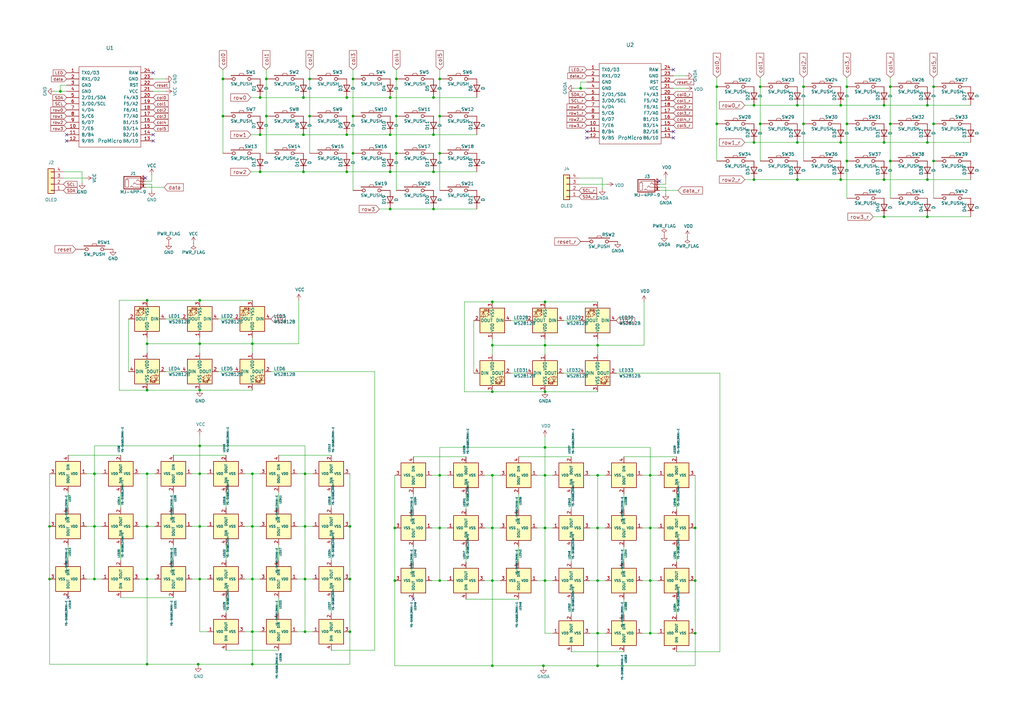
<source format=kicad_sch>
(kicad_sch (version 20230121) (generator eeschema)
  (paper "A3")
  (title_block (title "Corne Cherry") (date "2020-09-28") (rev "3.0.1") (company "foostan"))
  (junction (at 309.245 43.18))
  (junction (at 327.025 58.42))
  (junction (at 223.52 160.655))
  (junction (at 177.8 40.005))
  (junction (at 365.125 35.56))
  (junction (at 60.325 215.9))
  (junction (at 329.565 50.8))
  (junction (at 223.52 183.515))
  (junction (at 180.34 194.945))
  (junction (at 294.005 35.56))
  (junction (at 103.505 194.31))
  (junction (at 81.915 140.97))
  (junction (at 124.46 55.245))
  (junction (at 124.46 40.005))
  (junction (at 161.925 238.125))
  (junction (at 177.8 85.725))
  (junction (at 91.44 32.385))
  (junction (at 344.805 58.42))
  (junction (at 60.325 123.19))
  (junction (at 143.51 215.9))
  (junction (at 177.8 55.245))
  (junction (at 20.32 237.49))
  (junction (at 60.325 140.97))
  (junction (at 180.34 238.125))
  (junction (at 142.24 70.485))
  (junction (at 380.365 43.18))
  (junction (at 124.46 70.485))
  (junction (at 201.93 141.605))
  (junction (at 201.93 238.125))
  (junction (at 223.52 141.605))
  (junction (at 81.28 272.415))
  (junction (at 311.785 50.8))
  (junction (at 103.505 259.08))
  (junction (at 127 32.385))
  (junction (at 222.885 273.05))
  (junction (at 177.8 70.485))
  (junction (at 38.735 215.9))
  (junction (at 162.56 32.385))
  (junction (at 362.585 43.18))
  (junction (at 347.345 35.56))
  (junction (at 106.68 70.485))
  (junction (at 60.325 160.02))
  (junction (at 20.32 215.9))
  (junction (at 81.915 160.02))
  (junction (at 238.125 36.195))
  (junction (at 144.78 32.385))
  (junction (at 347.345 66.04))
  (junction (at 245.11 259.715))
  (junction (at 125.095 215.9))
  (junction (at 223.52 216.535))
  (junction (at 144.78 47.625))
  (junction (at 309.245 73.66))
  (junction (at 245.11 194.945))
  (junction (at 344.805 43.18))
  (junction (at 38.735 194.31))
  (junction (at 103.505 237.49))
  (junction (at 327.025 43.18))
  (junction (at 201.93 273.05))
  (junction (at 125.095 237.49))
  (junction (at 24.765 37.465))
  (junction (at 362.585 88.9))
  (junction (at 365.125 50.8))
  (junction (at 103.505 215.9))
  (junction (at 329.565 35.56))
  (junction (at 380.365 58.42))
  (junction (at 60.325 237.49))
  (junction (at 365.125 66.04))
  (junction (at 60.325 272.415))
  (junction (at 382.905 50.8))
  (junction (at 382.905 35.56))
  (junction (at 142.24 40.005))
  (junction (at 109.22 47.625))
  (junction (at 201.93 194.945))
  (junction (at 245.11 238.125))
  (junction (at 362.585 73.66))
  (junction (at 91.44 47.625))
  (junction (at 160.02 40.005))
  (junction (at 245.11 216.535))
  (junction (at 162.56 62.865))
  (junction (at 245.11 273.05))
  (junction (at 106.68 40.005))
  (junction (at 125.095 259.08))
  (junction (at 127 47.625))
  (junction (at 160.02 70.485))
  (junction (at 142.24 55.245))
  (junction (at 380.365 88.9))
  (junction (at 344.805 73.66))
  (junction (at 144.78 62.865))
  (junction (at 223.52 238.125))
  (junction (at 347.345 50.8))
  (junction (at 311.785 35.56))
  (junction (at 294.005 50.8))
  (junction (at 266.7 259.715))
  (junction (at 180.34 216.535))
  (junction (at 309.245 58.42))
  (junction (at 81.915 123.19))
  (junction (at 161.925 216.535))
  (junction (at 109.22 32.385))
  (junction (at 81.915 237.49))
  (junction (at 266.7 216.535))
  (junction (at 143.51 259.08))
  (junction (at 266.7 238.125))
  (junction (at 103.505 272.415))
  (junction (at 223.52 123.825))
  (junction (at 245.11 141.605))
  (junction (at 362.585 58.42))
  (junction (at 201.93 216.535))
  (junction (at 180.34 32.385))
  (junction (at 180.34 47.625))
  (junction (at 125.095 194.31))
  (junction (at 103.505 140.97))
  (junction (at 81.915 215.9))
  (junction (at 382.905 66.04))
  (junction (at 160.02 55.245))
  (junction (at 160.02 85.725))
  (junction (at 285.115 238.125))
  (junction (at 60.325 194.31))
  (junction (at 162.56 47.625))
  (junction (at 327.025 73.66))
  (junction (at 81.915 182.88))
  (junction (at 143.51 237.49))
  (junction (at 81.915 194.31))
  (junction (at 285.115 216.535))
  (junction (at 106.68 55.245))
  (junction (at 223.52 194.945))
  (junction (at 201.93 160.655))
  (junction (at 201.93 123.825))
  (junction (at 266.7 194.945))
  (junction (at 285.115 259.715))
  (junction (at 38.735 237.49))
  (junction (at 180.34 62.865))
  (junction (at 380.365 73.66))
  (no_connect (at 240.665 56.515))
  (no_connect (at 169.545 245.745))
  (no_connect (at 27.305 55.245))
  (no_connect (at 27.305 57.785))
  (no_connect (at 62.865 55.245))
  (no_connect (at 59.69 73.025))
  (no_connect (at 62.865 57.785))
  (no_connect (at 270.51 74.295))
  (no_connect (at 27.94 245.11))
  (no_connect (at 240.665 53.975))
  (no_connect (at 62.865 29.845))
  (no_connect (at 276.225 28.575))
  (no_connect (at 276.225 56.515))
  (no_connect (at 276.225 53.975))
  (wire (pts (xy 127 32.385) (xy 127 47.625)))
  (wire (pts (xy 241.935 194.945) (xy 245.11 194.945)))
  (wire (pts (xy 201.93 238.125) (xy 201.93 273.05)))
  (wire (pts (xy 223.52 183.515) (xy 180.34 183.515)))
  (wire (pts (xy 347.345 31.75) (xy 347.345 35.56)))
  (wire (pts (xy 223.52 194.945) (xy 223.52 183.515)))
  (wire (pts (xy 362.585 43.18) (xy 380.365 43.18)))
  (wire (pts (xy 143.51 215.9) (xy 143.51 237.49)))
  (wire (pts (xy 22.225 37.465) (xy 24.765 37.465)))
  (wire (pts (xy 81.915 138.43) (xy 81.915 140.97)))
  (wire (pts (xy 238.125 36.195) (xy 240.665 36.195)))
  (wire (pts (xy 198.755 194.945) (xy 201.93 194.945)))
  (wire (pts (xy 81.915 123.19) (xy 60.325 123.19)))
  (wire (pts (xy 234.315 187.325) (xy 212.725 187.325)))
  (wire (pts (xy 245.11 259.715) (xy 241.935 259.715)))
  (wire (pts (xy 35.56 194.31) (xy 38.735 194.31)))
  (wire (pts (xy 177.165 194.945) (xy 180.34 194.945)))
  (wire (pts (xy 155.575 85.725) (xy 160.02 85.725)))
  (wire (pts (xy 60.325 215.9) (xy 60.325 237.49)))
  (wire (pts (xy 24.765 34.925) (xy 24.765 37.465)))
  (wire (pts (xy 38.735 215.9) (xy 38.735 194.31)))
  (wire (pts (xy 183.515 238.125) (xy 180.34 238.125)))
  (wire (pts (xy 106.68 259.08) (xy 103.505 259.08)))
  (wire (pts (xy 59.69 74.295) (xy 62.23 74.295)))
  (wire (pts (xy 245.11 123.825) (xy 223.52 123.825)))
  (wire (pts (xy 245.11 238.125) (xy 245.11 259.715)))
  (wire (pts (xy 285.115 238.125) (xy 285.115 259.715)))
  (wire (pts (xy 220.345 194.945) (xy 223.52 194.945)))
  (wire (pts (xy 109.22 32.385) (xy 109.22 47.625)))
  (wire (pts (xy 81.915 259.08) (xy 85.09 259.08)))
  (wire (pts (xy 223.52 216.535) (xy 223.52 194.945)))
  (wire (pts (xy 209.55 153.035) (xy 215.9 153.035)))
  (wire (pts (xy 103.505 138.43) (xy 103.505 140.97)))
  (wire (pts (xy 81.915 182.88) (xy 38.735 182.88)))
  (wire (pts (xy 81.28 272.415) (xy 81.28 273.05)))
  (wire (pts (xy 27.305 34.925) (xy 24.765 34.925)))
  (wire (pts (xy 20.32 194.31) (xy 20.32 215.9)))
  (wire (pts (xy 222.885 273.05) (xy 222.885 273.685)))
  (wire (pts (xy 201.93 273.05) (xy 222.885 273.05)))
  (wire (pts (xy 48.895 123.19) (xy 48.895 160.02)))
  (wire (pts (xy 248.285 259.715) (xy 245.11 259.715)))
  (wire (pts (xy 285.115 273.05) (xy 245.11 273.05)))
  (wire (pts (xy 329.565 35.56) (xy 329.565 50.8)))
  (wire (pts (xy 60.325 160.02) (xy 81.915 160.02)))
  (wire (pts (xy 276.225 31.115) (xy 281.305 31.115)))
  (wire (pts (xy 81.915 178.435) (xy 81.915 182.88)))
  (wire (pts (xy 311.785 50.8) (xy 311.785 66.04)))
  (wire (pts (xy 92.71 251.46) (xy 92.71 245.11)))
  (wire (pts (xy 121.92 237.49) (xy 125.095 237.49)))
  (wire (pts (xy 276.225 36.195) (xy 281.305 36.195)))
  (wire (pts (xy 125.095 194.31) (xy 125.095 215.9)))
  (wire (pts (xy 223.52 179.07) (xy 223.52 183.515)))
  (wire (pts (xy 277.495 224.155) (xy 277.495 230.505)))
  (wire (pts (xy 161.925 238.125) (xy 161.925 273.05)))
  (wire (pts (xy 358.14 88.9) (xy 362.585 88.9)))
  (wire (pts (xy 62.23 75.565) (xy 62.23 78.105)))
  (wire (pts (xy 245.11 139.065) (xy 245.11 141.605)))
  (wire (pts (xy 109.22 47.625) (xy 109.22 62.865)))
  (wire (pts (xy 212.725 208.915) (xy 212.725 202.565)))
  (wire (pts (xy 198.755 216.535) (xy 201.93 216.535)))
  (wire (pts (xy 311.785 31.75) (xy 311.785 35.56)))
  (wire (pts (xy 309.245 43.18) (xy 327.025 43.18)))
  (wire (pts (xy 234.315 230.505) (xy 234.315 224.155)))
  (wire (pts (xy 294.005 31.75) (xy 294.005 35.56)))
  (wire (pts (xy 263.525 216.535) (xy 266.7 216.535)))
  (wire (pts (xy 114.3 266.7) (xy 92.71 266.7)))
  (wire (pts (xy 380.365 73.66) (xy 398.145 73.66)))
  (wire (pts (xy 106.68 194.31) (xy 103.505 194.31)))
  (wire (pts (xy 81.28 272.415) (xy 103.505 272.415)))
  (wire (pts (xy 124.46 55.245) (xy 142.24 55.245)))
  (wire (pts (xy 241.935 238.125) (xy 245.11 238.125)))
  (wire (pts (xy 103.505 215.9) (xy 106.68 215.9)))
  (wire (pts (xy 60.325 272.415) (xy 81.28 272.415)))
  (wire (pts (xy 266.7 216.535) (xy 269.875 216.535)))
  (wire (pts (xy 125.095 259.08) (xy 125.095 237.49)))
  (wire (pts (xy 62.865 32.385) (xy 67.945 32.385)))
  (wire (pts (xy 382.905 50.8) (xy 382.905 66.04)))
  (wire (pts (xy 177.165 238.125) (xy 180.34 238.125)))
  (wire (pts (xy 223.52 160.655) (xy 245.11 160.655)))
  (wire (pts (xy 266.7 259.715) (xy 263.525 259.715)))
  (wire (pts (xy 177.8 85.725) (xy 195.58 85.725)))
  (wire (pts (xy 201.93 238.125) (xy 205.105 238.125)))
  (wire (pts (xy 223.52 238.125) (xy 223.52 259.715)))
  (wire (pts (xy 60.325 140.97) (xy 60.325 144.78)))
  (wire (pts (xy 128.27 194.31) (xy 125.095 194.31)))
  (wire (pts (xy 103.505 194.31) (xy 103.505 215.9)))
  (wire (pts (xy 81.915 215.9) (xy 81.915 194.31)))
  (wire (pts (xy 382.905 31.75) (xy 382.905 35.56)))
  (wire (pts (xy 266.7 194.945) (xy 266.7 216.535)))
  (wire (pts (xy 180.34 194.945) (xy 183.515 194.945)))
  (wire (pts (xy 247.015 73.025) (xy 247.015 77.47)))
  (wire (pts (xy 191.135 208.915) (xy 191.135 202.565)))
  (wire (pts (xy 103.505 140.97) (xy 103.505 144.78)))
  (wire (pts (xy 92.71 186.69) (xy 71.12 186.69)))
  (wire (pts (xy 266.7 238.125) (xy 266.7 216.535)))
  (wire (pts (xy 103.505 215.9) (xy 103.505 237.49)))
  (wire (pts (xy 255.905 202.565) (xy 255.905 208.915)))
  (wire (pts (xy 245.11 238.125) (xy 248.285 238.125)))
  (wire (pts (xy 201.93 160.655) (xy 223.52 160.655)))
  (wire (pts (xy 285.115 216.535) (xy 285.115 238.125)))
  (wire (pts (xy 125.095 182.88) (xy 81.915 182.88)))
  (wire (pts (xy 49.53 208.28) (xy 49.53 201.93)))
  (wire (pts (xy 177.8 40.005) (xy 195.58 40.005)))
  (wire (pts (xy 266.7 183.515) (xy 223.52 183.515)))
  (wire (pts (xy 162.56 32.385) (xy 162.56 47.625)))
  (wire (pts (xy 135.89 186.69) (xy 114.3 186.69)))
  (wire (pts (xy 180.34 194.945) (xy 180.34 183.515)))
  (wire (pts (xy 60.325 194.31) (xy 60.325 215.9)))
  (wire (pts (xy 100.33 237.49) (xy 103.505 237.49)))
  (wire (pts (xy 143.51 259.08) (xy 143.51 272.415)))
  (wire (pts (xy 92.71 229.87) (xy 92.71 223.52)))
  (wire (pts (xy 382.905 35.56) (xy 382.905 50.8)))
  (wire (pts (xy 305.435 43.18) (xy 309.245 43.18)))
  (wire (pts (xy 223.52 216.535) (xy 226.695 216.535)))
  (wire (pts (xy 103.505 140.97) (xy 122.555 140.97)))
  (wire (pts (xy 144.78 47.625) (xy 144.78 62.865)))
  (wire (pts (xy 38.735 215.9) (xy 41.91 215.9)))
  (wire (pts (xy 38.735 237.49) (xy 38.735 215.9)))
  (wire (pts (xy 269.875 259.715) (xy 266.7 259.715)))
  (wire (pts (xy 143.51 194.31) (xy 143.51 215.9)))
  (wire (pts (xy 81.915 194.31) (xy 81.915 182.88)))
  (wire (pts (xy 245.11 194.945) (xy 245.11 216.535)))
  (wire (pts (xy 362.585 73.66) (xy 380.365 73.66)))
  (wire (pts (xy 162.56 47.625) (xy 162.56 62.865)))
  (wire (pts (xy 177.8 70.485) (xy 195.58 70.485)))
  (wire (pts (xy 255.905 245.745) (xy 255.905 252.095)))
  (wire (pts (xy 180.34 62.865) (xy 180.34 78.105)))
  (wire (pts (xy 270.51 78.105) (xy 278.13 78.105)))
  (wire (pts (xy 62.865 37.465) (xy 67.945 37.465)))
  (wire (pts (xy 294.005 50.8) (xy 294.005 66.04)))
  (wire (pts (xy 223.52 141.605) (xy 245.11 141.605)))
  (wire (pts (xy 103.505 123.19) (xy 81.915 123.19)))
  (wire (pts (xy 329.565 31.75) (xy 329.565 35.56)))
  (wire (pts (xy 201.93 216.535) (xy 205.105 216.535)))
  (wire (pts (xy 347.345 66.04) (xy 347.345 81.28)))
  (wire (pts (xy 122.555 140.97) (xy 122.555 123.19)))
  (wire (pts (xy 180.34 28.575) (xy 180.34 32.385)))
  (wire (pts (xy 277.495 202.565) (xy 277.495 208.915)))
  (wire (pts (xy 245.11 141.605) (xy 245.11 145.415)))
  (wire (pts (xy 285.115 259.715) (xy 285.115 273.05)))
  (wire (pts (xy 89.535 152.4) (xy 95.885 152.4)))
  (wire (pts (xy 111.125 152.4) (xy 153.67 152.4)))
  (wire (pts (xy 125.095 182.88) (xy 125.095 194.31)))
  (wire (pts (xy 59.69 75.565) (xy 62.23 75.565)))
  (wire (pts (xy 362.585 88.9) (xy 380.365 88.9)))
  (wire (pts (xy 144.78 28.575) (xy 144.78 32.385)))
  (wire (pts (xy 190.5 160.655) (xy 201.93 160.655)))
  (wire (pts (xy 49.53 229.87) (xy 49.53 223.52)))
  (wire (pts (xy 26.035 73.025) (xy 34.925 73.025)))
  (wire (pts (xy 212.725 245.745) (xy 191.135 245.745)))
  (wire (pts (xy 125.095 237.49) (xy 125.095 215.9)))
  (wire (pts (xy 33.655 70.485) (xy 26.035 70.485)))
  (wire (pts (xy 78.74 237.49) (xy 81.915 237.49)))
  (wire (pts (xy 81.915 140.97) (xy 81.915 144.78)))
  (wire (pts (xy 201.93 194.945) (xy 201.93 216.535)))
  (wire (pts (xy 240.665 33.655) (xy 238.125 33.655)))
  (wire (pts (xy 161.925 194.945) (xy 161.925 216.535)))
  (wire (pts (xy 177.165 216.535) (xy 180.34 216.535)))
  (wire (pts (xy 380.365 58.42) (xy 398.145 58.42)))
  (wire (pts (xy 71.12 245.11) (xy 49.53 245.11)))
  (wire (pts (xy 91.44 32.385) (xy 91.44 47.625)))
  (wire (pts (xy 365.125 50.8) (xy 365.125 66.04)))
  (wire (pts (xy 160.02 85.725) (xy 177.8 85.725)))
  (wire (pts (xy 180.34 32.385) (xy 180.34 47.625)))
  (wire (pts (xy 245.11 216.535) (xy 245.11 238.125)))
  (wire (pts (xy 201.93 273.05) (xy 161.925 273.05)))
  (wire (pts (xy 81.915 237.49) (xy 81.915 215.9)))
  (wire (pts (xy 245.11 259.715) (xy 245.11 273.05)))
  (wire (pts (xy 309.245 73.66) (xy 327.025 73.66)))
  (wire (pts (xy 33.655 74.93) (xy 33.655 70.485)))
  (wire (pts (xy 106.68 55.245) (xy 124.46 55.245)))
  (wire (pts (xy 327.025 58.42) (xy 344.805 58.42)))
  (wire (pts (xy 135.89 201.93) (xy 135.89 208.28)))
  (wire (pts (xy 191.135 187.325) (xy 169.545 187.325)))
  (wire (pts (xy 103.505 259.08) (xy 103.505 272.415)))
  (wire (pts (xy 38.735 194.31) (xy 41.91 194.31)))
  (wire (pts (xy 71.12 208.28) (xy 71.12 201.93)))
  (wire (pts (xy 223.52 238.125) (xy 223.52 216.535)))
  (wire (pts (xy 177.8 55.245) (xy 195.58 55.245)))
  (wire (pts (xy 106.68 40.005) (xy 124.46 40.005)))
  (wire (pts (xy 220.345 216.535) (xy 223.52 216.535)))
  (wire (pts (xy 60.325 237.49) (xy 60.325 272.415)))
  (wire (pts (xy 41.91 237.49) (xy 38.735 237.49)))
  (wire (pts (xy 309.245 58.42) (xy 327.025 58.42)))
  (wire (pts (xy 125.095 237.49) (xy 128.27 237.49)))
  (wire (pts (xy 273.05 75.565) (xy 273.05 73.025)))
  (wire (pts (xy 59.69 76.835) (xy 67.31 76.835)))
  (wire (pts (xy 114.3 201.93) (xy 114.3 208.28)))
  (wire (pts (xy 237.49 75.565) (xy 248.92 75.565)))
  (wire (pts (xy 20.32 237.49) (xy 20.32 272.415)))
  (wire (pts (xy 160.02 40.005) (xy 177.8 40.005)))
  (wire (pts (xy 305.435 58.42) (xy 309.245 58.42)))
  (wire (pts (xy 223.52 238.125) (xy 226.695 238.125)))
  (wire (pts (xy 277.495 187.325) (xy 255.905 187.325)))
  (wire (pts (xy 143.51 272.415) (xy 103.505 272.415)))
  (wire (pts (xy 215.9 131.445) (xy 209.55 131.445)))
  (wire (pts (xy 62.23 74.295) (xy 62.23 71.755)))
  (wire (pts (xy 311.785 35.56) (xy 311.785 50.8)))
  (wire (pts (xy 205.105 194.945) (xy 201.93 194.945)))
  (wire (pts (xy 255.905 267.335) (xy 234.315 267.335)))
  (wire (pts (xy 201.93 141.605) (xy 201.93 145.415)))
  (wire (pts (xy 81.915 215.9) (xy 85.09 215.9)))
  (wire (pts (xy 60.325 140.97) (xy 81.915 140.97)))
  (wire (pts (xy 273.05 76.835) (xy 273.05 79.375)))
  (wire (pts (xy 60.325 272.415) (xy 20.32 272.415)))
  (wire (pts (xy 180.34 216.535) (xy 180.34 194.945)))
  (wire (pts (xy 231.14 153.035) (xy 237.49 153.035)))
  (wire (pts (xy 241.935 216.535) (xy 245.11 216.535)))
  (wire (pts (xy 201.93 141.605) (xy 223.52 141.605)))
  (wire (pts (xy 57.15 237.49) (xy 60.325 237.49)))
  (wire (pts (xy 60.325 123.19) (xy 48.895 123.19)))
  (wire (pts (xy 81.915 237.49) (xy 85.09 237.49)))
  (wire (pts (xy 144.78 62.865) (xy 144.78 78.105)))
  (wire (pts (xy 270.51 75.565) (xy 273.05 75.565)))
  (wire (pts (xy 263.525 238.125) (xy 266.7 238.125)))
  (wire (pts (xy 365.125 31.75) (xy 365.125 35.56)))
  (wire (pts (xy 114.3 245.11) (xy 114.3 251.46)))
  (wire (pts (xy 78.74 194.31) (xy 81.915 194.31)))
  (wire (pts (xy 223.52 194.945) (xy 226.695 194.945)))
  (wire (pts (xy 74.295 130.81) (xy 67.945 130.81)))
  (wire (pts (xy 161.925 216.535) (xy 161.925 238.125)))
  (wire (pts (xy 100.33 194.31) (xy 103.505 194.31)))
  (wire (pts (xy 362.585 58.42) (xy 380.365 58.42)))
  (wire (pts (xy 125.095 194.31) (xy 121.92 194.31)))
  (wire (pts (xy 269.875 194.945) (xy 266.7 194.945)))
  (wire (pts (xy 121.92 215.9) (xy 125.095 215.9)))
  (wire (pts (xy 266.7 194.945) (xy 263.525 194.945)))
  (wire (pts (xy 125.095 215.9) (xy 128.27 215.9)))
  (wire (pts (xy 57.15 194.31) (xy 60.325 194.31)))
  (wire (pts (xy 295.275 267.335) (xy 277.495 267.335)))
  (wire (pts (xy 382.905 66.04) (xy 382.905 81.28)))
  (wire (pts (xy 266.7 259.715) (xy 266.7 238.125)))
  (wire (pts (xy 27.94 201.93) (xy 27.94 208.28)))
  (wire (pts (xy 102.87 55.245) (xy 106.68 55.245)))
  (wire (pts (xy 103.505 259.08) (xy 100.33 259.08)))
  (wire (pts (xy 109.22 28.575) (xy 109.22 32.385)))
  (wire (pts (xy 35.56 237.49) (xy 38.735 237.49)))
  (wire (pts (xy 180.34 216.535) (xy 183.515 216.535)))
  (wire (pts (xy 327.025 73.66) (xy 344.805 73.66)))
  (wire (pts (xy 160.02 70.485) (xy 177.8 70.485)))
  (wire (pts (xy 222.885 273.05) (xy 245.11 273.05)))
  (wire (pts (xy 245.11 216.535) (xy 248.285 216.535)))
  (wire (pts (xy 305.435 73.66) (xy 309.245 73.66)))
  (wire (pts (xy 127 47.625) (xy 127 62.865)))
  (wire (pts (xy 365.125 35.56) (xy 365.125 50.8)))
  (wire (pts (xy 124.46 70.485) (xy 142.24 70.485)))
  (wire (pts (xy 142.24 40.005) (xy 160.02 40.005)))
  (wire (pts (xy 103.505 237.49) (xy 103.505 259.08)))
  (wire (pts (xy 380.365 43.18) (xy 398.145 43.18)))
  (wire (pts (xy 237.49 131.445) (xy 231.14 131.445)))
  (wire (pts (xy 127 28.575) (xy 127 32.385)))
  (wire (pts (xy 38.735 194.31) (xy 38.735 182.88)))
  (wire (pts (xy 223.52 123.825) (xy 201.93 123.825)))
  (wire (pts (xy 91.44 28.575) (xy 91.44 32.385)))
  (wire (pts (xy 365.125 66.04) (xy 365.125 81.28)))
  (wire (pts (xy 198.755 238.125) (xy 201.93 238.125)))
  (wire (pts (xy 201.93 216.535) (xy 201.93 238.125)))
  (wire (pts (xy 255.905 224.155) (xy 255.905 230.505)))
  (wire (pts (xy 169.545 224.155) (xy 169.545 230.505)))
  (wire (pts (xy 91.44 47.625) (xy 91.44 62.865)))
  (wire (pts (xy 266.7 238.125) (xy 269.875 238.125)))
  (wire (pts (xy 81.915 160.02) (xy 103.505 160.02)))
  (wire (pts (xy 245.11 141.605) (xy 264.16 141.605)))
  (wire (pts (xy 81.915 140.97) (xy 103.505 140.97)))
  (wire (pts (xy 347.345 50.8) (xy 347.345 66.04)))
  (wire (pts (xy 212.725 224.155) (xy 212.725 230.505)))
  (wire (pts (xy 143.51 237.49) (xy 143.51 259.08)))
  (wire (pts (xy 344.805 58.42) (xy 362.585 58.42)))
  (wire (pts (xy 329.565 50.8) (xy 329.565 66.04)))
  (wire (pts (xy 295.275 153.035) (xy 295.275 267.335)))
  (wire (pts (xy 380.365 88.9) (xy 398.145 88.9)))
  (wire (pts (xy 220.345 238.125) (xy 223.52 238.125)))
  (wire (pts (xy 180.34 238.125) (xy 180.34 216.535)))
  (wire (pts (xy 223.52 139.065) (xy 223.52 141.605)))
  (wire (pts (xy 81.915 194.31) (xy 85.09 194.31)))
  (wire (pts (xy 142.24 55.245) (xy 160.02 55.245)))
  (wire (pts (xy 344.805 43.18) (xy 362.585 43.18)))
  (wire (pts (xy 124.46 40.005) (xy 142.24 40.005)))
  (wire (pts (xy 153.67 266.7) (xy 135.89 266.7)))
  (wire (pts (xy 162.56 28.575) (xy 162.56 32.385)))
  (wire (pts (xy 235.585 36.195) (xy 238.125 36.195)))
  (wire (pts (xy 71.12 223.52) (xy 71.12 229.87)))
  (wire (pts (xy 160.02 55.245) (xy 177.8 55.245)))
  (wire (pts (xy 20.32 215.9) (xy 20.32 237.49)))
  (wire (pts (xy 78.74 215.9) (xy 81.915 215.9)))
  (wire (pts (xy 60.325 215.9) (xy 63.5 215.9)))
  (wire (pts (xy 103.505 237.49) (xy 106.68 237.49)))
  (wire (pts (xy 102.87 70.485) (xy 106.68 70.485)))
  (wire (pts (xy 52.705 130.81) (xy 52.705 152.4)))
  (wire (pts (xy 27.94 223.52) (xy 27.94 229.87)))
  (wire (pts (xy 234.315 208.915) (xy 234.315 202.565)))
  (wire (pts (xy 35.56 215.9) (xy 38.735 215.9)))
  (wire (pts (xy 327.025 43.18) (xy 344.805 43.18)))
  (wire (pts (xy 190.5 123.825) (xy 190.5 160.655)))
  (wire (pts (xy 248.285 194.945) (xy 245.11 194.945)))
  (wire (pts (xy 24.765 37.465) (xy 27.305 37.465)))
  (wire (pts (xy 67.945 152.4) (xy 74.295 152.4)))
  (wire (pts (xy 144.78 32.385) (xy 144.78 47.625)))
  (wire (pts (xy 169.545 202.565) (xy 169.545 208.915)))
  (wire (pts (xy 237.49 73.025) (xy 247.015 73.025)))
  (wire (pts (xy 57.15 215.9) (xy 60.325 215.9)))
  (wire (pts (xy 106.68 70.485) (xy 124.46 70.485)))
  (wire (pts (xy 201.93 123.825) (xy 190.5 123.825)))
  (wire (pts (xy 191.135 230.505) (xy 191.135 224.155)))
  (wire (pts (xy 162.56 62.865) (xy 162.56 78.105)))
  (wire (pts (xy 135.89 245.11) (xy 135.89 251.46)))
  (wire (pts (xy 114.3 223.52) (xy 114.3 229.87)))
  (wire (pts (xy 49.53 186.69) (xy 27.94 186.69)))
  (wire (pts (xy 264.16 141.605) (xy 264.16 123.825)))
  (wire (pts (xy 347.345 35.56) (xy 347.345 50.8)))
  (wire (pts (xy 100.33 215.9) (xy 103.505 215.9)))
  (wire (pts (xy 153.67 152.4) (xy 153.67 266.7)))
  (wire (pts (xy 223.52 259.715) (xy 226.695 259.715)))
  (wire (pts (xy 285.115 194.945) (xy 285.115 216.535)))
  (wire (pts (xy 60.325 237.49) (xy 63.5 237.49)))
  (wire (pts (xy 180.34 47.625) (xy 180.34 62.865)))
  (wire (pts (xy 48.895 160.02) (xy 60.325 160.02)))
  (wire (pts (xy 128.27 259.08) (xy 125.095 259.08)))
  (wire (pts (xy 277.495 245.745) (xy 277.495 252.095)))
  (wire (pts (xy 238.125 33.655) (xy 238.125 36.195)))
  (wire (pts (xy 266.7 183.515) (xy 266.7 194.945)))
  (wire (pts (xy 81.915 237.49) (xy 81.915 259.08)))
  (wire (pts (xy 234.315 252.095) (xy 234.315 245.745)))
  (wire (pts (xy 201.93 139.065) (xy 201.93 141.605)))
  (wire (pts (xy 142.24 70.485) (xy 160.02 70.485)))
  (wire (pts (xy 60.325 138.43) (xy 60.325 140.97)))
  (wire (pts (xy 92.71 208.28) (xy 92.71 201.93)))
  (wire (pts (xy 223.52 141.605) (xy 223.52 145.415)))
  (wire (pts (xy 270.51 76.835) (xy 273.05 76.835)))
  (wire (pts (xy 294.005 35.56) (xy 294.005 50.8)))
  (wire (pts (xy 135.89 223.52) (xy 135.89 229.87)))
  (wire (pts (xy 63.5 194.31) (xy 60.325 194.31)))
  (wire (pts (xy 344.805 73.66) (xy 362.585 73.66)))
  (wire (pts (xy 125.095 259.08) (xy 121.92 259.08)))
  (wire (pts (xy 102.87 40.005) (xy 106.68 40.005)))
  (wire (pts (xy 252.73 153.035) (xy 295.275 153.035)))
  (wire (pts (xy 194.31 131.445) (xy 194.31 153.035)))
  (wire (pts (xy 95.885 130.81) (xy 89.535 130.81)))
  (global_label "row1" (shape input) (at 102.87 55.245 180) (effects (font (size 1.524 1.524))) (property "Intersheetrefs" "${INTERSHEET_REFS}" (effects hide)))
  (global_label "data" (shape input) (at 67.31 76.835 0) (effects (font (size 1.524 1.524))) (property "Intersheetrefs" "${INTERSHEET_REFS}" (effects hide)))
  (global_label "col1" (shape input) (at 62.865 42.545 0) (effects (font (size 1.1938 1.1938))) (property "Intersheetrefs" "${INTERSHEET_REFS}" (effects hide)))
  (global_label "col4_r" (shape input) (at 276.225 48.895 0) (effects (font (size 1.1938 1.1938))) (property "Intersheetrefs" "${INTERSHEET_REFS}" (effects hide)))
  (global_label "reset" (shape input) (at 62.865 34.925 0) (effects (font (size 1.1938 1.1938))) (property "Intersheetrefs" "${INTERSHEET_REFS}" (effects hide)))
  (global_label "reset_r" (shape input) (at 276.225 33.655 0) (effects (font (size 1.1938 1.1938))) (property "Intersheetrefs" "${INTERSHEET_REFS}" (effects hide)))
  (global_label "col2" (shape input) (at 62.865 45.085 0) (effects (font (size 1.1938 1.1938))) (property "Intersheetrefs" "${INTERSHEET_REFS}" (effects hide)))
  (global_label "row0" (shape input) (at 27.305 45.085 180) (effects (font (size 1.1938 1.1938))) (property "Intersheetrefs" "${INTERSHEET_REFS}" (effects hide)))
  (global_label "row1_r" (shape input) (at 240.665 46.355 180) (effects (font (size 1.1938 1.1938))) (property "Intersheetrefs" "${INTERSHEET_REFS}" (effects hide)))
  (global_label "SDA_r" (shape input) (at 240.665 38.735 180) (effects (font (size 1.1938 1.1938))) (property "Intersheetrefs" "${INTERSHEET_REFS}" (effects hide)))
  (global_label "LED_r" (shape input) (at 252.73 131.445 0) (property "Intersheetrefs" "${INTERSHEET_REFS}" (effects hide)))
  (global_label "col0_r" (shape input) (at 276.225 38.735 0) (effects (font (size 1.1938 1.1938))) (property "Intersheetrefs" "${INTERSHEET_REFS}" (effects hide)))
  (global_label "col3_r" (shape input) (at 276.225 46.355 0) (effects (font (size 1.1938 1.1938))) (property "Intersheetrefs" "${INTERSHEET_REFS}" (effects hide)))
  (global_label "row3_r" (shape input) (at 240.665 51.435 180) (effects (font (size 1.1938 1.1938))) (property "Intersheetrefs" "${INTERSHEET_REFS}" (effects hide)))
  (global_label "LED" (shape input) (at 111.125 130.81 0) (property "Intersheetrefs" "${INTERSHEET_REFS}" (effects hide)))
  (global_label "col3_r" (shape input) (at 347.345 31.75 90) (effects (font (size 1.524 1.524))) (property "Intersheetrefs" "${INTERSHEET_REFS}" (effects hide)))
  (global_label "col2_r" (shape input) (at 276.225 43.815 0) (effects (font (size 1.1938 1.1938))) (property "Intersheetrefs" "${INTERSHEET_REFS}" (effects hide)))
  (global_label "row2" (shape input) (at 102.87 70.485 180) (effects (font (size 1.524 1.524))) (property "Intersheetrefs" "${INTERSHEET_REFS}" (effects hide)))
  (global_label "col1_r" (shape input) (at 311.785 31.75 90) (effects (font (size 1.524 1.524))) (property "Intersheetrefs" "${INTERSHEET_REFS}" (effects hide)))
  (global_label "LED" (shape input) (at 27.305 29.845 180) (effects (font (size 1.1938 1.1938))) (property "Intersheetrefs" "${INTERSHEET_REFS}" (effects hide)))
  (global_label "col2" (shape input) (at 127 28.575 90) (effects (font (size 1.524 1.524))) (property "Intersheetrefs" "${INTERSHEET_REFS}" (effects hide)))
  (global_label "col0_r" (shape input) (at 294.005 31.75 90) (effects (font (size 1.524 1.524))) (property "Intersheetrefs" "${INTERSHEET_REFS}" (effects hide)))
  (global_label "row0" (shape input) (at 102.87 40.005 180) (effects (font (size 1.524 1.524))) (property "Intersheetrefs" "${INTERSHEET_REFS}" (effects hide)))
  (global_label "col4" (shape input) (at 162.56 28.575 90) (effects (font (size 1.524 1.524))) (property "Intersheetrefs" "${INTERSHEET_REFS}" (effects hide)))
  (global_label "col5" (shape input) (at 62.865 52.705 0) (effects (font (size 1.1938 1.1938))) (property "Intersheetrefs" "${INTERSHEET_REFS}" (effects hide)))
  (global_label "reset_r" (shape input) (at 238.125 99.06 180) (effects (font (size 1.524 1.524))) (property "Intersheetrefs" "${INTERSHEET_REFS}" (effects hide)))
  (global_label "col0" (shape input) (at 62.865 40.005 0) (effects (font (size 1.1938 1.1938))) (property "Intersheetrefs" "${INTERSHEET_REFS}" (effects hide)))
  (global_label "SDA" (shape input) (at 26.035 78.105 0) (effects (font (size 1.1938 1.1938))) (property "Intersheetrefs" "${INTERSHEET_REFS}" (effects hide)))
  (global_label "row3" (shape input) (at 27.305 52.705 180) (effects (font (size 1.1938 1.1938))) (property "Intersheetrefs" "${INTERSHEET_REFS}" (effects hide)))
  (global_label "col3" (shape input) (at 62.865 47.625 0) (effects (font (size 1.1938 1.1938))) (property "Intersheetrefs" "${INTERSHEET_REFS}" (effects hide)))
  (global_label "data_r" (shape input) (at 278.13 78.105 0) (effects (font (size 1.524 1.524))) (property "Intersheetrefs" "${INTERSHEET_REFS}" (effects hide)))
  (global_label "reset" (shape input) (at 31.115 102.235 180) (effects (font (size 1.524 1.524))) (property "Intersheetrefs" "${INTERSHEET_REFS}" (effects hide)))
  (global_label "col5_r" (shape input) (at 276.225 51.435 0) (effects (font (size 1.1938 1.1938))) (property "Intersheetrefs" "${INTERSHEET_REFS}" (effects hide)))
  (global_label "col0" (shape input) (at 91.44 28.575 90) (effects (font (size 1.524 1.524))) (property "Intersheetrefs" "${INTERSHEET_REFS}" (effects hide)))
  (global_label "col4" (shape input) (at 62.865 50.165 0) (effects (font (size 1.1938 1.1938))) (property "Intersheetrefs" "${INTERSHEET_REFS}" (effects hide)))
  (global_label "SDA" (shape input) (at 27.305 40.005 180) (effects (font (size 1.1938 1.1938))) (property "Intersheetrefs" "${INTERSHEET_REFS}" (effects hide)))
  (global_label "row3" (shape input) (at 155.575 85.725 180) (effects (font (size 1.524 1.524))) (property "Intersheetrefs" "${INTERSHEET_REFS}" (effects hide)))
  (global_label "col1" (shape input) (at 109.22 28.575 90) (effects (font (size 1.524 1.524))) (property "Intersheetrefs" "${INTERSHEET_REFS}" (effects hide)))
  (global_label "SCL_r" (shape input) (at 240.665 41.275 180) (effects (font (size 1.1938 1.1938))) (property "Intersheetrefs" "${INTERSHEET_REFS}" (effects hide)))
  (global_label "data" (shape input) (at 27.305 32.385 180) (effects (font (size 1.1938 1.1938))) (property "Intersheetrefs" "${INTERSHEET_REFS}" (effects hide)))
  (global_label "LED_r" (shape input) (at 240.665 28.575 180) (effects (font (size 1.1938 1.1938))) (property "Intersheetrefs" "${INTERSHEET_REFS}" (effects hide)))
  (global_label "SCL" (shape input) (at 26.035 75.565 0) (effects (font (size 1.1938 1.1938))) (property "Intersheetrefs" "${INTERSHEET_REFS}" (effects hide)))
  (global_label "row0_r" (shape input) (at 240.665 43.815 180) (effects (font (size 1.1938 1.1938))) (property "Intersheetrefs" "${INTERSHEET_REFS}" (effects hide)))
  (global_label "SCL_r" (shape input) (at 237.49 78.105 0) (effects (font (size 1.1938 1.1938))) (property "Intersheetrefs" "${INTERSHEET_REFS}" (effects hide)))
  (global_label "data_r" (shape input) (at 240.665 31.115 180) (effects (font (size 1.1938 1.1938))) (property "Intersheetrefs" "${INTERSHEET_REFS}" (effects hide)))
  (global_label "col1_r" (shape input) (at 276.225 41.275 0) (effects (font (size 1.1938 1.1938))) (property "Intersheetrefs" "${INTERSHEET_REFS}" (effects hide)))
  (global_label "col5" (shape input) (at 180.34 28.575 90) (effects (font (size 1.524 1.524))) (property "Intersheetrefs" "${INTERSHEET_REFS}" (effects hide)))
  (global_label "row1_r" (shape input) (at 305.435 58.42 180) (effects (font (size 1.524 1.524))) (property "Intersheetrefs" "${INTERSHEET_REFS}" (effects hide)))
  (global_label "row2_r" (shape input) (at 305.435 73.66 180) (effects (font (size 1.524 1.524))) (property "Intersheetrefs" "${INTERSHEET_REFS}" (effects hide)))
  (global_label "col5_r" (shape input) (at 382.905 31.75 90) (effects (font (size 1.524 1.524))) (property "Intersheetrefs" "${INTERSHEET_REFS}" (effects hide)))
  (global_label "row2" (shape input) (at 27.305 50.165 180) (effects (font (size 1.1938 1.1938))) (property "Intersheetrefs" "${INTERSHEET_REFS}" (effects hide)))
  (global_label "row3_r" (shape input) (at 358.14 88.9 180) (effects (font (size 1.524 1.524))) (property "Intersheetrefs" "${INTERSHEET_REFS}" (effects hide)))
  (global_label "SCL" (shape input) (at 27.305 42.545 180) (effects (font (size 1.1938 1.1938))) (property "Intersheetrefs" "${INTERSHEET_REFS}" (effects hide)))
  (global_label "col2_r" (shape input) (at 329.565 31.75 90) (effects (font (size 1.524 1.524))) (property "Intersheetrefs" "${INTERSHEET_REFS}" (effects hide)))
  (global_label "row1" (shape input) (at 27.305 47.625 180) (effects (font (size 1.1938 1.1938))) (property "Intersheetrefs" "${INTERSHEET_REFS}" (effects hide)))
  (global_label "col4_r" (shape input) (at 365.125 31.75 90) (effects (font (size 1.524 1.524))) (property "Intersheetrefs" "${INTERSHEET_REFS}" (effects hide)))
  (global_label "SDA_r" (shape input) (at 237.49 80.645 0) (effects (font (size 1.1938 1.1938))) (property "Intersheetrefs" "${INTERSHEET_REFS}" (effects hide)))
  (global_label "row0_r" (shape input) (at 305.435 43.18 180) (effects (font (size 1.524 1.524))) (property "Intersheetrefs" "${INTERSHEET_REFS}" (effects hide)))
  (global_label "row2_r" (shape input) (at 240.665 48.895 180) (effects (font (size 1.1938 1.1938))) (property "Intersheetrefs" "${INTERSHEET_REFS}" (effects hide)))
  (global_label "col3" (shape input) (at 144.78 28.575 90) (effects (font (size 1.524 1.524))) (property "Intersheetrefs" "${INTERSHEET_REFS}" (effects hide)))
  (symbol (lib_id "kbd:ProMicro") (at 45.085 43.815 0) (unit 1)
    (property "Reference" "U1" (at 45.085 19.685 0) (effects (font (size 1.524 1.524))))
    (property "Value" "ProMicro" (at 45.085 57.785 0) (effects (font (size 1.524 1.524))))
    (property "Footprint" "kbd:ProMicro_v3" (effects hide))
  )
  (symbol (lib_id "kbd:SW_PUSH") (at 116.84 32.385 0) (unit 1)
    (property "Reference" "SW2" (at 120.65 29.591 0))
    (property "Value" "SW_PUSH" (at 116.84 34.417 0))
    (property "Footprint" "kbd:CherryMX_Hotswap" (effects hide))
  )
  (symbol (lib_id "Device:D") (at 124.46 36.195 90) (unit 1)
    (property "Reference" "D2" (at 121.92 36.195 0))
    (property "Value" "D" (at 127 36.195 0))
    (property "Footprint" "kbd:D3_SMD_v2" (effects hide))
  )
  (symbol (lib_id "kbd:SW_PUSH") (at 134.62 32.385 0) (unit 1)
    (property "Reference" "SW3" (at 138.43 29.591 0))
    (property "Value" "SW_PUSH" (at 134.62 34.417 0))
    (property "Footprint" "kbd:CherryMX_Hotswap" (effects hide))
  )
  (symbol (lib_id "Device:D") (at 142.24 36.195 90) (unit 1)
    (property "Reference" "D3" (at 139.7 36.195 0))
    (property "Value" "D" (at 144.78 36.195 0))
    (property "Footprint" "kbd:D3_SMD_v2" (effects hide))
  )
  (symbol (lib_id "kbd:SW_PUSH") (at 152.4 32.385 0) (unit 1)
    (property "Reference" "SW4" (at 156.21 29.591 0))
    (property "Value" "SW_PUSH" (at 152.4 34.417 0))
    (property "Footprint" "kbd:CherryMX_Hotswap" (effects hide))
  )
  (symbol (lib_id "kbd:SW_PUSH") (at 170.18 32.385 0) (unit 1)
    (property "Reference" "SW5" (at 173.99 29.591 0))
    (property "Value" "SW_PUSH" (at 170.18 34.417 0))
    (property "Footprint" "kbd:CherryMX_Hotswap" (effects hide))
  )
  (symbol (lib_id "kbd:SW_PUSH") (at 187.96 32.385 0) (unit 1)
    (property "Reference" "SW6" (at 191.77 29.591 0))
    (property "Value" "SW_PUSH" (at 187.96 34.417 0))
    (property "Footprint" "kbd:CherryMX_Hotswap" (effects hide))
  )
  (symbol (lib_id "Device:D") (at 160.02 36.195 90) (unit 1)
    (property "Reference" "D4" (at 157.48 36.195 0))
    (property "Value" "D" (at 162.56 36.195 0))
    (property "Footprint" "kbd:D3_SMD_v2" (effects hide))
  )
  (symbol (lib_id "Device:D") (at 177.8 36.195 90) (unit 1)
    (property "Reference" "D5" (at 175.26 36.195 0))
    (property "Value" "D" (at 180.34 36.195 0))
    (property "Footprint" "kbd:D3_SMD_v2" (effects hide))
  )
  (symbol (lib_id "Device:D") (at 195.58 36.195 90) (unit 1)
    (property "Reference" "D6" (at 193.04 36.195 0))
    (property "Value" "D" (at 198.12 36.195 0))
    (property "Footprint" "kbd:D3_SMD_v2" (effects hide))
  )
  (symbol (lib_id "kbd:SW_PUSH") (at 99.06 32.385 0) (unit 1)
    (property "Reference" "SW1" (at 102.87 29.591 0))
    (property "Value" "SW_PUSH" (at 99.06 34.417 0))
    (property "Footprint" "kbd:CherryMX_Hotswap" (effects hide))
  )
  (symbol (lib_id "Device:D") (at 106.68 36.195 90) (unit 1)
    (property "Reference" "D1" (at 104.14 36.195 0))
    (property "Value" "D" (at 109.22 36.195 0))
    (property "Footprint" "kbd:D3_SMD_v2" (effects hide))
  )
  (symbol (lib_id "kbd:SW_PUSH") (at 116.84 47.625 0) (unit 1)
    (property "Reference" "SW8" (at 120.65 44.831 0))
    (property "Value" "SW_PUSH" (at 116.84 49.657 0))
    (property "Footprint" "kbd:CherryMX_Hotswap" (effects hide))
  )
  (symbol (lib_id "Device:D") (at 124.46 51.435 90) (unit 1)
    (property "Reference" "D8" (at 121.92 51.435 0))
    (property "Value" "D" (at 127 51.435 0))
    (property "Footprint" "kbd:D3_SMD_v2" (effects hide))
  )
  (symbol (lib_id "kbd:SW_PUSH") (at 134.62 47.625 0) (unit 1)
    (property "Reference" "SW9" (at 138.43 44.831 0))
    (property "Value" "SW_PUSH" (at 134.62 49.657 0))
    (property "Footprint" "kbd:CherryMX_Hotswap" (effects hide))
  )
  (symbol (lib_id "Device:D") (at 142.24 51.435 90) (unit 1)
    (property "Reference" "D9" (at 139.7 51.435 0))
    (property "Value" "D" (at 144.78 51.435 0))
    (property "Footprint" "kbd:D3_SMD_v2" (effects hide))
  )
  (symbol (lib_id "kbd:SW_PUSH") (at 152.4 47.625 0) (unit 1)
    (property "Reference" "SW10" (at 156.21 44.831 0))
    (property "Value" "SW_PUSH" (at 152.4 49.657 0))
    (property "Footprint" "kbd:CherryMX_Hotswap" (effects hide))
  )
  (symbol (lib_id "kbd:SW_PUSH") (at 170.18 47.625 0) (unit 1)
    (property "Reference" "SW11" (at 173.99 44.831 0))
    (property "Value" "SW_PUSH" (at 170.18 49.657 0))
    (property "Footprint" "kbd:CherryMX_Hotswap" (effects hide))
  )
  (symbol (lib_id "kbd:SW_PUSH") (at 187.96 47.625 0) (unit 1)
    (property "Reference" "SW12" (at 191.77 44.831 0))
    (property "Value" "SW_PUSH" (at 187.96 49.657 0))
    (property "Footprint" "kbd:CherryMX_Hotswap" (effects hide))
  )
  (symbol (lib_id "Device:D") (at 160.02 51.435 90) (unit 1)
    (property "Reference" "D10" (at 157.48 51.435 0))
    (property "Value" "D" (at 162.56 51.435 0))
    (property "Footprint" "kbd:D3_SMD_v2" (effects hide))
  )
  (symbol (lib_id "Device:D") (at 177.8 51.435 90) (unit 1)
    (property "Reference" "D11" (at 175.26 51.435 0))
    (property "Value" "D" (at 180.34 51.435 0))
    (property "Footprint" "kbd:D3_SMD_v2" (effects hide))
  )
  (symbol (lib_id "Device:D") (at 195.58 51.435 90) (unit 1)
    (property "Reference" "D12" (at 193.04 51.435 0))
    (property "Value" "D" (at 198.12 51.435 0))
    (property "Footprint" "kbd:D3_SMD_v2" (effects hide))
  )
  (symbol (lib_id "kbd:SW_PUSH") (at 99.06 47.625 0) (unit 1)
    (property "Reference" "SW7" (at 102.87 44.831 0))
    (property "Value" "SW_PUSH" (at 99.06 49.657 0))
    (property "Footprint" "kbd:CherryMX_Hotswap" (effects hide))
  )
  (symbol (lib_id "Device:D") (at 106.68 51.435 90) (unit 1)
    (property "Reference" "D7" (at 104.14 51.435 0))
    (property "Value" "D" (at 109.22 51.435 0))
    (property "Footprint" "kbd:D3_SMD_v2" (effects hide))
  )
  (symbol (lib_id "kbd:SW_PUSH") (at 116.84 62.865 0) (unit 1)
    (property "Reference" "SW14" (at 120.65 60.071 0))
    (property "Value" "SW_PUSH" (at 116.84 64.897 0))
    (property "Footprint" "kbd:CherryMX_Hotswap" (effects hide))
  )
  (symbol (lib_id "Device:D") (at 124.46 66.675 90) (unit 1)
    (property "Reference" "D14" (at 121.92 66.675 0))
    (property "Value" "D" (at 127 66.675 0))
    (property "Footprint" "kbd:D3_SMD_v2" (effects hide))
  )
  (symbol (lib_id "kbd:SW_PUSH") (at 134.62 62.865 0) (unit 1)
    (property "Reference" "SW15" (at 138.43 60.071 0))
    (property "Value" "SW_PUSH" (at 134.62 64.897 0))
    (property "Footprint" "kbd:CherryMX_Hotswap" (effects hide))
  )
  (symbol (lib_id "Device:D") (at 142.24 66.675 90) (unit 1)
    (property "Reference" "D15" (at 139.7 66.675 0))
    (property "Value" "D" (at 144.78 66.675 0))
    (property "Footprint" "kbd:D3_SMD_v2" (effects hide))
  )
  (symbol (lib_id "kbd:SW_PUSH") (at 152.4 62.865 0) (unit 1)
    (property "Reference" "SW16" (at 156.21 60.071 0))
    (property "Value" "SW_PUSH" (at 152.4 64.897 0))
    (property "Footprint" "kbd:CherryMX_Hotswap" (effects hide))
  )
  (symbol (lib_id "kbd:SW_PUSH") (at 170.18 62.865 0) (unit 1)
    (property "Reference" "SW17" (at 173.99 60.071 0))
    (property "Value" "SW_PUSH" (at 170.18 64.897 0))
    (property "Footprint" "kbd:CherryMX_Hotswap" (effects hide))
  )
  (symbol (lib_id "kbd:SW_PUSH") (at 187.96 62.865 0) (unit 1)
    (property "Reference" "SW18" (at 191.77 60.071 0))
    (property "Value" "SW_PUSH" (at 187.96 64.897 0))
    (property "Footprint" "kbd:CherryMX_Hotswap" (effects hide))
  )
  (symbol (lib_id "Device:D") (at 160.02 66.675 90) (unit 1)
    (property "Reference" "D16" (at 157.48 66.675 0))
    (property "Value" "D" (at 162.56 66.675 0))
    (property "Footprint" "kbd:D3_SMD_v2" (effects hide))
  )
  (symbol (lib_id "Device:D") (at 177.8 66.675 90) (unit 1)
    (property "Reference" "D17" (at 175.26 66.675 0))
    (property "Value" "D" (at 180.34 66.675 0))
    (property "Footprint" "kbd:D3_SMD_v2" (effects hide))
  )
  (symbol (lib_id "Device:D") (at 195.58 66.675 90) (unit 1)
    (property "Reference" "D18" (at 193.04 66.675 0))
    (property "Value" "D" (at 198.12 66.675 0))
    (property "Footprint" "kbd:D3_SMD_v2" (effects hide))
  )
  (symbol (lib_id "kbd:SW_PUSH") (at 99.06 62.865 0) (unit 1)
    (property "Reference" "SW13" (at 102.87 60.071 0))
    (property "Value" "SW_PUSH" (at 99.06 64.897 0))
    (property "Footprint" "kbd:CherryMX_Hotswap" (effects hide))
  )
  (symbol (lib_id "Device:D") (at 106.68 66.675 90) (unit 1)
    (property "Reference" "D13" (at 104.14 66.675 0))
    (property "Value" "D" (at 109.22 66.675 0))
    (property "Footprint" "kbd:D3_SMD_v2" (effects hide))
  )
  (symbol (lib_id "kbd:SW_PUSH") (at 170.18 78.105 0) (unit 1)
    (property "Reference" "SW20" (at 173.99 75.311 0))
    (property "Value" "SW_PUSH" (at 170.18 80.137 0))
    (property "Footprint" "kbd:CherryMX_Hotswap" (effects hide))
  )
  (symbol (lib_id "Device:D") (at 177.8 81.915 90) (unit 1)
    (property "Reference" "D20" (at 175.26 81.915 0))
    (property "Value" "D" (at 180.34 81.915 0))
    (property "Footprint" "kbd:D3_SMD_v2" (effects hide))
  )
  (symbol (lib_id "kbd:SW_PUSH") (at 187.96 78.105 0) (unit 1)
    (property "Reference" "SW21" (at 191.77 75.311 0))
    (property "Value" "SW_PUSH" (at 187.96 80.137 0))
    (property "Footprint" "kbd:CherryMX_Hotswap_1.5u" (effects hide))
  )
  (symbol (lib_id "Device:D") (at 195.58 81.915 90) (unit 1)
    (property "Reference" "D21" (at 193.04 81.915 0))
    (property "Value" "D" (at 198.12 81.915 0))
    (property "Footprint" "kbd:D3_SMD_v2" (effects hide))
  )
  (symbol (lib_id "kbd:SW_PUSH") (at 152.4 78.105 0) (unit 1)
    (property "Reference" "SW19" (at 156.21 75.311 0))
    (property "Value" "SW_PUSH" (at 152.4 80.137 0))
    (property "Footprint" "kbd:CherryMX_Hotswap" (effects hide))
  )
  (symbol (lib_id "Device:D") (at 160.02 81.915 90) (unit 1)
    (property "Reference" "D19" (at 157.48 81.915 0))
    (property "Value" "D" (at 162.56 81.915 0))
    (property "Footprint" "kbd:D3_SMD_v2" (effects hide))
  )
  (symbol (lib_id "power:GND") (at 67.945 32.385 90) (unit 1)
    (property "Reference" "#PWR07" (effects hide))
    (property "Value" "GND" (at 71.755 32.385 0))
  )
  (symbol (lib_id "power:VCC") (at 67.945 37.465 270) (unit 1)
    (property "Reference" "#PWR09" (effects hide))
    (property "Value" "VCC" (at 71.755 37.465 0))
  )
  (symbol (lib_id "power:GND") (at 22.225 37.465 270) (unit 1)
    (property "Reference" "#PWR08" (effects hide))
    (property "Value" "GND" (at 18.415 37.465 0))
  )
  (symbol (lib_id "power:GND") (at 69.215 99.695 0) (unit 1)
    (property "Reference" "#PWR04" (effects hide))
    (property "Value" "GND" (at 69.215 103.505 0))
  )
  (symbol (lib_id "power:VCC") (at 79.375 99.695 0) (unit 1)
    (property "Reference" "#PWR05" (effects hide))
    (property "Value" "VCC" (at 79.375 95.885 0))
  )
  (symbol (lib_id "power:PWR_FLAG") (at 79.375 99.695 180) (unit 1)
    (property "Reference" "#FLG02" (effects hide))
    (property "Value" "PWR_FLAG" (at 79.375 103.505 0))
  )
  (symbol (lib_id "power:PWR_FLAG") (at 69.215 99.695 0) (unit 1)
    (property "Reference" "#FLG01" (effects hide))
    (property "Value" "PWR_FLAG" (at 69.215 95.885 0))
  )
  (symbol (lib_id "kbd:SW_PUSH") (at 38.735 102.235 0) (unit 1)
    (property "Reference" "RSW1" (at 42.545 99.441 0))
    (property "Value" "SW_PUSH" (at 38.735 104.267 0))
    (property "Footprint" "kbd:ResetSW_1side" (effects hide))
  )
  (symbol (lib_id "power:GND") (at 46.355 102.235 0) (unit 1)
    (property "Reference" "#PWR06" (effects hide))
    (property "Value" "GND" (at 46.355 106.045 0))
  )
  (symbol (lib_id "power:VCC") (at 62.23 71.755 0) (unit 1)
    (property "Reference" "#PWR010" (effects hide))
    (property "Value" "VCC" (at 62.23 67.945 0))
  )
  (symbol (lib_id "power:GND") (at 62.23 78.105 0) (unit 1)
    (property "Reference" "#PWR011" (effects hide))
    (property "Value" "GND" (at 62.23 81.915 0))
  )
  (symbol (lib_id "Connector_Generic:Conn_01x04") (at 20.955 75.565 180) (unit 1)
    (property "Reference" "J2" (at 20.955 66.675 0))
    (property "Value" "OLED" (at 20.955 81.915 0))
    (property "Footprint" "kbd:OLED_1side" (effects hide))
  )
  (symbol (lib_id "power:GND") (at 33.655 74.93 0) (unit 1)
    (property "Reference" "#PWR013" (effects hide))
    (property "Value" "GND" (at 33.655 78.74 0))
  )
  (symbol (lib_id "power:VCC") (at 34.925 73.025 270) (unit 1)
    (property "Reference" "#PWR012" (effects hide))
    (property "Value" "VCC" (at 38.735 73.025 0))
  )
  (symbol (lib_id "kbd:MJ-4PP-9") (at 54.61 74.93 0) (unit 1)
    (property "Reference" "J1" (at 54.61 71.12 0))
    (property "Value" "MJ-4PP-9" (at 54.61 78.74 0))
    (property "Footprint" "kbd:MJ-4PP-9_1side" (effects hide))
  )
  (symbol (lib_id "kbd:ProMicro") (at 258.445 42.545 0) (unit 1)
    (property "Reference" "U2" (at 258.445 18.415 0) (effects (font (size 1.524 1.524))))
    (property "Value" "ProMicro" (at 258.445 56.515 0) (effects (font (size 1.524 1.524))))
    (property "Footprint" "kbd:ProMicro_v3" (effects hide))
  )
  (symbol (lib_id "kbd:SW_PUSH") (at 319.405 35.56 0) (unit 1)
    (property "Reference" "SW23" (at 323.215 32.766 0))
    (property "Value" "SW_PUSH" (at 319.405 37.592 0))
    (property "Footprint" "kbd:CherryMX_Hotswap" (effects hide))
  )
  (symbol (lib_id "Device:D") (at 327.025 39.37 90) (unit 1)
    (property "Reference" "D23" (at 324.485 39.37 0))
    (property "Value" "D" (at 329.565 39.37 0))
    (property "Footprint" "kbd:D3_SMD_v2" (effects hide))
  )
  (symbol (lib_id "kbd:SW_PUSH") (at 337.185 35.56 0) (unit 1)
    (property "Reference" "SW24" (at 340.995 32.766 0))
    (property "Value" "SW_PUSH" (at 337.185 37.592 0))
    (property "Footprint" "kbd:CherryMX_Hotswap" (effects hide))
  )
  (symbol (lib_id "Device:D") (at 344.805 39.37 90) (unit 1)
    (property "Reference" "D24" (at 342.265 39.37 0))
    (property "Value" "D" (at 347.345 39.37 0))
    (property "Footprint" "kbd:D3_SMD_v2" (effects hide))
  )
  (symbol (lib_id "kbd:SW_PUSH") (at 354.965 35.56 0) (unit 1)
    (property "Reference" "SW25" (at 358.775 32.766 0))
    (property "Value" "SW_PUSH" (at 354.965 37.592 0))
    (property "Footprint" "kbd:CherryMX_Hotswap" (effects hide))
  )
  (symbol (lib_id "kbd:SW_PUSH") (at 372.745 35.56 0) (unit 1)
    (property "Reference" "SW26" (at 376.555 32.766 0))
    (property "Value" "SW_PUSH" (at 372.745 37.592 0))
    (property "Footprint" "kbd:CherryMX_Hotswap" (effects hide))
  )
  (symbol (lib_id "kbd:SW_PUSH") (at 390.525 35.56 0) (unit 1)
    (property "Reference" "SW27" (at 394.335 32.766 0))
    (property "Value" "SW_PUSH" (at 390.525 37.592 0))
    (property "Footprint" "kbd:CherryMX_Hotswap" (effects hide))
  )
  (symbol (lib_id "Device:D") (at 362.585 39.37 90) (unit 1)
    (property "Reference" "D25" (at 360.045 39.37 0))
    (property "Value" "D" (at 365.125 39.37 0))
    (property "Footprint" "kbd:D3_SMD_v2" (effects hide))
  )
  (symbol (lib_id "Device:D") (at 380.365 39.37 90) (unit 1)
    (property "Reference" "D26" (at 377.825 39.37 0))
    (property "Value" "D" (at 382.905 39.37 0))
    (property "Footprint" "kbd:D3_SMD_v2" (effects hide))
  )
  (symbol (lib_id "Device:D") (at 398.145 39.37 90) (unit 1)
    (property "Reference" "D27" (at 395.605 39.37 0))
    (property "Value" "D" (at 400.685 39.37 0))
    (property "Footprint" "kbd:D3_SMD_v2" (effects hide))
  )
  (symbol (lib_id "kbd:SW_PUSH") (at 301.625 35.56 0) (unit 1)
    (property "Reference" "SW22" (at 305.435 32.766 0))
    (property "Value" "SW_PUSH" (at 301.625 37.592 0))
    (property "Footprint" "kbd:CherryMX_Hotswap" (effects hide))
  )
  (symbol (lib_id "Device:D") (at 309.245 39.37 90) (unit 1)
    (property "Reference" "D22" (at 306.705 39.37 0))
    (property "Value" "D" (at 311.785 39.37 0))
    (property "Footprint" "kbd:D3_SMD_v2" (effects hide))
  )
  (symbol (lib_id "kbd:SW_PUSH") (at 319.405 50.8 0) (unit 1)
    (property "Reference" "SW29" (at 323.215 48.006 0))
    (property "Value" "SW_PUSH" (at 319.405 52.832 0))
    (property "Footprint" "kbd:CherryMX_Hotswap" (effects hide))
  )
  (symbol (lib_id "Device:D") (at 327.025 54.61 90) (unit 1)
    (property "Reference" "D29" (at 324.485 54.61 0))
    (property "Value" "D" (at 329.565 54.61 0))
    (property "Footprint" "kbd:D3_SMD_v2" (effects hide))
  )
  (symbol (lib_id "kbd:SW_PUSH") (at 337.185 50.8 0) (unit 1)
    (property "Reference" "SW30" (at 340.995 48.006 0))
    (property "Value" "SW_PUSH" (at 337.185 52.832 0))
    (property "Footprint" "kbd:CherryMX_Hotswap" (effects hide))
  )
  (symbol (lib_id "Device:D") (at 344.805 54.61 90) (unit 1)
    (property "Reference" "D30" (at 342.265 54.61 0))
    (property "Value" "D" (at 347.345 54.61 0))
    (property "Footprint" "kbd:D3_SMD_v2" (effects hide))
  )
  (symbol (lib_id "kbd:SW_PUSH") (at 354.965 50.8 0) (unit 1)
    (property "Reference" "SW31" (at 358.775 48.006 0))
    (property "Value" "SW_PUSH" (at 354.965 52.832 0))
    (property "Footprint" "kbd:CherryMX_Hotswap" (effects hide))
  )
  (symbol (lib_id "kbd:SW_PUSH") (at 372.745 50.8 0) (unit 1)
    (property "Reference" "SW32" (at 376.555 48.006 0))
    (property "Value" "SW_PUSH" (at 372.745 52.832 0))
    (property "Footprint" "kbd:CherryMX_Hotswap" (effects hide))
  )
  (symbol (lib_id "kbd:SW_PUSH") (at 390.525 50.8 0) (unit 1)
    (property "Reference" "SW33" (at 394.335 48.006 0))
    (property "Value" "SW_PUSH" (at 390.525 52.832 0))
    (property "Footprint" "kbd:CherryMX_Hotswap" (effects hide))
  )
  (symbol (lib_id "Device:D") (at 362.585 54.61 90) (unit 1)
    (property "Reference" "D31" (at 360.045 54.61 0))
    (property "Value" "D" (at 365.125 54.61 0))
    (property "Footprint" "kbd:D3_SMD_v2" (effects hide))
  )
  (symbol (lib_id "Device:D") (at 380.365 54.61 90) (unit 1)
    (property "Reference" "D32" (at 377.825 54.61 0))
    (property "Value" "D" (at 382.905 54.61 0))
    (property "Footprint" "kbd:D3_SMD_v2" (effects hide))
  )
  (symbol (lib_id "Device:D") (at 398.145 54.61 90) (unit 1)
    (property "Reference" "D33" (at 395.605 54.61 0))
    (property "Value" "D" (at 400.685 54.61 0))
    (property "Footprint" "kbd:D3_SMD_v2" (effects hide))
  )
  (symbol (lib_id "kbd:SW_PUSH") (at 301.625 50.8 0) (unit 1)
    (property "Reference" "SW28" (at 305.435 48.006 0))
    (property "Value" "SW_PUSH" (at 301.625 52.832 0))
    (property "Footprint" "kbd:CherryMX_Hotswap" (effects hide))
  )
  (symbol (lib_id "Device:D") (at 309.245 54.61 90) (unit 1)
    (property "Reference" "D28" (at 306.705 54.61 0))
    (property "Value" "D" (at 311.785 54.61 0))
    (property "Footprint" "kbd:D3_SMD_v2" (effects hide))
  )
  (symbol (lib_id "kbd:SW_PUSH") (at 319.405 66.04 0) (unit 1)
    (property "Reference" "SW35" (at 323.215 63.246 0))
    (property "Value" "SW_PUSH" (at 319.405 68.072 0))
    (property "Footprint" "kbd:CherryMX_Hotswap" (effects hide))
  )
  (symbol (lib_id "Device:D") (at 327.025 69.85 90) (unit 1)
    (property "Reference" "D35" (at 324.485 69.85 0))
    (property "Value" "D" (at 329.565 69.85 0))
    (property "Footprint" "kbd:D3_SMD_v2" (effects hide))
  )
  (symbol (lib_id "kbd:SW_PUSH") (at 337.185 66.04 0) (unit 1)
    (property "Reference" "SW36" (at 340.995 63.246 0))
    (property "Value" "SW_PUSH" (at 337.185 68.072 0))
    (property "Footprint" "kbd:CherryMX_Hotswap" (effects hide))
  )
  (symbol (lib_id "Device:D") (at 344.805 69.85 90) (unit 1)
    (property "Reference" "D36" (at 342.265 69.85 0))
    (property "Value" "D" (at 347.345 69.85 0))
    (property "Footprint" "kbd:D3_SMD_v2" (effects hide))
  )
  (symbol (lib_id "kbd:SW_PUSH") (at 354.965 66.04 0) (unit 1)
    (property "Reference" "SW37" (at 358.775 63.246 0))
    (property "Value" "SW_PUSH" (at 354.965 68.072 0))
    (property "Footprint" "kbd:CherryMX_Hotswap" (effects hide))
  )
  (symbol (lib_id "kbd:SW_PUSH") (at 372.745 66.04 0) (unit 1)
    (property "Reference" "SW38" (at 376.555 63.246 0))
    (property "Value" "SW_PUSH" (at 372.745 68.072 0))
    (property "Footprint" "kbd:CherryMX_Hotswap" (effects hide))
  )
  (symbol (lib_id "kbd:SW_PUSH") (at 390.525 66.04 0) (unit 1)
    (property "Reference" "SW39" (at 394.335 63.246 0))
    (property "Value" "SW_PUSH" (at 390.525 68.072 0))
    (property "Footprint" "kbd:CherryMX_Hotswap" (effects hide))
  )
  (symbol (lib_id "Device:D") (at 362.585 69.85 90) (unit 1)
    (property "Reference" "D37" (at 360.045 69.85 0))
    (property "Value" "D" (at 365.125 69.85 0))
    (property "Footprint" "kbd:D3_SMD_v2" (effects hide))
  )
  (symbol (lib_id "Device:D") (at 380.365 69.85 90) (unit 1)
    (property "Reference" "D38" (at 377.825 69.85 0))
    (property "Value" "D" (at 382.905 69.85 0))
    (property "Footprint" "kbd:D3_SMD_v2" (effects hide))
  )
  (symbol (lib_id "Device:D") (at 398.145 69.85 90) (unit 1)
    (property "Reference" "D39" (at 395.605 69.85 0))
    (property "Value" "D" (at 400.685 69.85 0))
    (property "Footprint" "kbd:D3_SMD_v2" (effects hide))
  )
  (symbol (lib_id "kbd:SW_PUSH") (at 301.625 66.04 0) (unit 1)
    (property "Reference" "SW34" (at 305.435 63.246 0))
    (property "Value" "SW_PUSH" (at 301.625 68.072 0))
    (property "Footprint" "kbd:CherryMX_Hotswap" (effects hide))
  )
  (symbol (lib_id "Device:D") (at 309.245 69.85 90) (unit 1)
    (property "Reference" "D34" (at 306.705 69.85 0))
    (property "Value" "D" (at 311.785 69.85 0))
    (property "Footprint" "kbd:D3_SMD_v2" (effects hide))
  )
  (symbol (lib_id "kbd:SW_PUSH") (at 372.745 81.28 0) (unit 1)
    (property "Reference" "SW41" (at 376.555 78.486 0))
    (property "Value" "SW_PUSH" (at 372.745 83.312 0))
    (property "Footprint" "kbd:CherryMX_Hotswap" (effects hide))
  )
  (symbol (lib_id "Device:D") (at 380.365 85.09 90) (unit 1)
    (property "Reference" "D41" (at 377.825 85.09 0))
    (property "Value" "D" (at 382.905 85.09 0))
    (property "Footprint" "kbd:D3_SMD_v2" (effects hide))
  )
  (symbol (lib_id "kbd:SW_PUSH") (at 390.525 81.28 0) (unit 1)
    (property "Reference" "SW42" (at 394.335 78.486 0))
    (property "Value" "SW_PUSH" (at 390.525 83.312 0))
    (property "Footprint" "kbd:CherryMX_Hotswap_1.5u" (effects hide))
  )
  (symbol (lib_id "Device:D") (at 398.145 85.09 90) (unit 1)
    (property "Reference" "D42" (at 395.605 85.09 0))
    (property "Value" "D" (at 400.685 85.09 0))
    (property "Footprint" "kbd:D3_SMD_v2" (effects hide))
  )
  (symbol (lib_id "kbd:SW_PUSH") (at 354.965 81.28 0) (unit 1)
    (property "Reference" "SW40" (at 358.775 78.486 0))
    (property "Value" "SW_PUSH" (at 354.965 83.312 0))
    (property "Footprint" "kbd:CherryMX_Hotswap" (effects hide))
  )
  (symbol (lib_id "Device:D") (at 362.585 85.09 90) (unit 1)
    (property "Reference" "D40" (at 360.045 85.09 0))
    (property "Value" "D" (at 365.125 85.09 0))
    (property "Footprint" "kbd:D3_SMD_v2" (effects hide))
  )
  (symbol (lib_id "power:GNDA") (at 281.305 31.115 90) (unit 1)
    (property "Reference" "#PWR017" (effects hide))
    (property "Value" "GNDA" (at 285.115 31.115 0))
  )
  (symbol (lib_id "power:GNDA") (at 235.585 36.195 270) (unit 1)
    (property "Reference" "#PWR018" (effects hide))
    (property "Value" "GNDA" (at 231.775 36.195 0))
  )
  (symbol (lib_id "kbd:SW_PUSH") (at 245.745 99.06 0) (unit 1)
    (property "Reference" "RSW2" (at 249.555 96.266 0))
    (property "Value" "SW_PUSH" (at 245.745 101.092 0))
    (property "Footprint" "kbd:ResetSW_1side" (effects hide))
  )
  (symbol (lib_id "power:GNDA") (at 253.365 99.06 0) (unit 1)
    (property "Reference" "#PWR020" (effects hide))
    (property "Value" "GNDA" (at 253.365 102.87 0))
  )
  (symbol (lib_id "power:GNDA") (at 273.05 79.375 0) (unit 1)
    (property "Reference" "#PWR022" (effects hide))
    (property "Value" "GNDA" (at 273.05 83.185 0))
  )
  (symbol (lib_id "Connector_Generic:Conn_01x04") (at 232.41 78.105 180) (unit 1)
    (property "Reference" "J4" (at 232.41 69.215 0))
    (property "Value" "OLED" (at 232.41 84.455 0))
    (property "Footprint" "kbd:OLED_1side" (effects hide))
  )
  (symbol (lib_id "power:GNDA") (at 247.015 77.47 0) (unit 1)
    (property "Reference" "#PWR024" (effects hide))
    (property "Value" "GNDA" (at 247.015 81.28 0))
  )
  (symbol (lib_id "kbd:MJ-4PP-9") (at 265.43 76.2 0) (unit 1)
    (property "Reference" "J3" (at 265.43 72.39 0))
    (property "Value" "MJ-4PP-9" (at 265.43 80.01 0))
    (property "Footprint" "kbd:MJ-4PP-9_1side" (effects hide))
  )
  (symbol (lib_id "power:VDD") (at 281.305 36.195 270) (unit 1)
    (property "Reference" "#PWR019" (effects hide))
    (property "Value" "VDD" (at 284.5562 36.6268 90) (effects (justify left)))
  )
  (symbol (lib_id "power:VDD") (at 248.92 75.565 270) (unit 1)
    (property "Reference" "#PWR023" (effects hide))
    (property "Value" "VDD" (at 252.1712 75.9968 90) (effects (justify left)))
  )
  (symbol (lib_id "power:VDD") (at 273.05 73.025 0) (unit 1)
    (property "Reference" "#PWR021" (effects hide))
    (property "Value" "VDD" (at 273.4818 68.6308 0))
  )
  (symbol (lib_id "power:PWR_FLAG") (at 281.94 97.155 180) (unit 1)
    (property "Reference" "#FLG04" (effects hide))
    (property "Value" "PWR_FLAG" (at 281.94 100.965 0))
  )
  (symbol (lib_id "power:VDD") (at 281.94 97.155 0) (unit 1)
    (property "Reference" "#PWR016" (effects hide))
    (property "Value" "VDD" (at 282.3718 92.7608 0))
  )
  (symbol (lib_id "power:GNDA") (at 272.415 96.52 0) (unit 1)
    (property "Reference" "#PWR015" (effects hide))
    (property "Value" "GNDA" (at 272.415 100.33 0))
  )
  (symbol (lib_id "power:PWR_FLAG") (at 272.415 96.52 0) (unit 1)
    (property "Reference" "#FLG03" (effects hide))
    (property "Value" "PWR_FLAG" (at 272.415 92.71 0))
  )
  (symbol (lib_id "kbd:YS-SK6812MINI-E") (at 27.94 194.31 270) (unit 1)
    (property "Reference" "LED7" (at 28.702 203.0476 0) (effects (font (size 0.7366 0.7366)) (justify left)))
    (property "Value" "YS-SK6812MINI-E" (at 27.2034 203.0476 0) (effects (font (size 0.7366 0.7366)) (justify left)))
    (property "Footprint" "kbd:YS-SK6812MINI-E" (effects hide))
  )
  (symbol (lib_id "LED:WS2812B") (at 103.505 130.81 180) (unit 1)
    (property "Reference" "LED3" (at 112.2426 129.6416 0) (effects (justify right)))
    (property "Value" "WS2812B" (at 112.2426 131.953 0) (effects (justify right)))
    (property "Footprint" "LED_SMD:LED_WS2812B_PLCC4_5.0x5.0mm_P3.2mm" (effects hide))
    (property "Datasheet" "https://cdn-shop.adafruit.com/datasheets/WS2812B.pdf" (effects hide))
  )
  (symbol (lib_id "LED:WS2812B") (at 81.915 130.81 180) (unit 1)
    (property "Reference" "LED2" (at 90.6526 129.6416 0) (effects (justify right)))
    (property "Value" "WS2812B" (at 90.6526 131.953 0) (effects (justify right)))
    (property "Footprint" "LED_SMD:LED_WS2812B_PLCC4_5.0x5.0mm_P3.2mm" (effects hide))
    (property "Datasheet" "https://cdn-shop.adafruit.com/datasheets/WS2812B.pdf" (effects hide))
  )
  (symbol (lib_id "kbd:YS-SK6812MINI-E") (at 49.53 194.31 90) (unit 1)
    (property "Reference" "LED8" (at 48.768 185.5724 0) (effects (font (size 0.7366 0.7366)) (justify left)))
    (property "Value" "YS-SK6812MINI-E" (at 50.2666 185.5724 0) (effects (font (size 0.7366 0.7366)) (justify left)))
    (property "Footprint" "kbd:YS-SK6812MINI-E" (effects hide))
  )
  (symbol (lib_id "LED:WS2812B") (at 60.325 130.81 180) (unit 1)
    (property "Reference" "LED1" (at 69.0626 129.6416 0) (effects (justify right)))
    (property "Value" "WS2812B" (at 69.0626 131.953 0) (effects (justify right)))
    (property "Footprint" "LED_SMD:LED_WS2812B_PLCC4_5.0x5.0mm_P3.2mm" (effects hide))
    (property "Datasheet" "https://cdn-shop.adafruit.com/datasheets/WS2812B.pdf" (effects hide))
  )
  (symbol (lib_id "kbd:YS-SK6812MINI-E") (at 71.12 194.31 270) (unit 1)
    (property "Reference" "LED9" (at 71.882 203.0476 0) (effects (font (size 0.7366 0.7366)) (justify left)))
    (property "Value" "YS-SK6812MINI-E" (at 70.3834 203.0476 0) (effects (font (size 0.7366 0.7366)) (justify left)))
    (property "Footprint" "kbd:YS-SK6812MINI-E" (effects hide))
  )
  (symbol (lib_id "kbd:YS-SK6812MINI-E") (at 92.71 194.31 90) (unit 1)
    (property "Reference" "LED10" (at 91.948 185.5724 0) (effects (font (size 0.7366 0.7366)) (justify left)))
    (property "Value" "YS-SK6812MINI-E" (at 93.4466 185.5724 0) (effects (font (size 0.7366 0.7366)) (justify left)))
    (property "Footprint" "kbd:YS-SK6812MINI-E" (effects hide))
  )
  (symbol (lib_id "kbd:YS-SK6812MINI-E") (at 114.3 194.31 270) (unit 1)
    (property "Reference" "LED11" (at 115.062 203.0476 0) (effects (font (size 0.7366 0.7366)) (justify left)))
    (property "Value" "YS-SK6812MINI-E" (at 113.5634 203.0476 0) (effects (font (size 0.7366 0.7366)) (justify left)))
    (property "Footprint" "kbd:YS-SK6812MINI-E" (effects hide))
  )
  (symbol (lib_id "kbd:YS-SK6812MINI-E") (at 135.89 194.31 90) (unit 1)
    (property "Reference" "LED12" (at 135.128 185.5724 0) (effects (font (size 0.7366 0.7366)) (justify left)))
    (property "Value" "YS-SK6812MINI-E" (at 136.6266 185.5724 0) (effects (font (size 0.7366 0.7366)) (justify left)))
    (property "Footprint" "kbd:YS-SK6812MINI-E" (effects hide))
  )
  (symbol (lib_id "LED:WS2812B") (at 81.915 152.4 0) (unit 1)
    (property "Reference" "LED5" (at 90.6526 151.2316 0) (effects (justify left)))
    (property "Value" "WS2812B" (at 90.6526 153.543 0) (effects (justify left)))
    (property "Footprint" "LED_SMD:LED_WS2812B_PLCC4_5.0x5.0mm_P3.2mm" (effects hide))
    (property "Datasheet" "https://cdn-shop.adafruit.com/datasheets/WS2812B.pdf" (effects hide))
  )
  (symbol (lib_id "LED:WS2812B") (at 103.505 152.4 0) (unit 1)
    (property "Reference" "LED6" (at 112.2426 151.2316 0) (effects (justify left)))
    (property "Value" "WS2812B" (at 112.2426 153.543 0) (effects (justify left)))
    (property "Footprint" "LED_SMD:LED_WS2812B_PLCC4_5.0x5.0mm_P3.2mm" (effects hide))
    (property "Datasheet" "https://cdn-shop.adafruit.com/datasheets/WS2812B.pdf" (effects hide))
  )
  (symbol (lib_id "LED:WS2812B") (at 60.325 152.4 0) (unit 1)
    (property "Reference" "LED4" (at 69.0626 151.2316 0) (effects (justify left)))
    (property "Value" "WS2812B" (at 69.0626 153.543 0) (effects (justify left)))
    (property "Footprint" "LED_SMD:LED_WS2812B_PLCC4_5.0x5.0mm_P3.2mm" (effects hide))
    (property "Datasheet" "https://cdn-shop.adafruit.com/datasheets/WS2812B.pdf" (effects hide))
  )
  (symbol (lib_id "kbd:YS-SK6812MINI-E") (at 27.94 215.9 270) (unit 1)
    (property "Reference" "LED13" (at 28.702 224.6376 0) (effects (font (size 0.7366 0.7366)) (justify left)))
    (property "Value" "YS-SK6812MINI-E" (at 27.2034 224.6376 0) (effects (font (size 0.7366 0.7366)) (justify left)))
    (property "Footprint" "kbd:YS-SK6812MINI-E" (effects hide))
  )
  (symbol (lib_id "kbd:YS-SK6812MINI-E") (at 49.53 215.9 90) (unit 1)
    (property "Reference" "LED14" (at 48.768 207.1624 0) (effects (font (size 0.7366 0.7366)) (justify left)))
    (property "Value" "YS-SK6812MINI-E" (at 50.2666 207.1624 0) (effects (font (size 0.7366 0.7366)) (justify left)))
    (property "Footprint" "kbd:YS-SK6812MINI-E" (effects hide))
  )
  (symbol (lib_id "kbd:YS-SK6812MINI-E") (at 71.12 215.9 270) (unit 1)
    (property "Reference" "LED15" (at 71.882 224.6376 0) (effects (font (size 0.7366 0.7366)) (justify left)))
    (property "Value" "YS-SK6812MINI-E" (at 70.3834 224.6376 0) (effects (font (size 0.7366 0.7366)) (justify left)))
    (property "Footprint" "kbd:YS-SK6812MINI-E" (effects hide))
  )
  (symbol (lib_id "kbd:YS-SK6812MINI-E") (at 92.71 215.9 90) (unit 1)
    (property "Reference" "LED16" (at 91.948 207.1624 0) (effects (font (size 0.7366 0.7366)) (justify left)))
    (property "Value" "YS-SK6812MINI-E" (at 93.4466 207.1624 0) (effects (font (size 0.7366 0.7366)) (justify left)))
    (property "Footprint" "kbd:YS-SK6812MINI-E" (effects hide))
  )
  (symbol (lib_id "kbd:YS-SK6812MINI-E") (at 114.3 215.9 270) (unit 1)
    (property "Reference" "LED17" (at 115.062 224.6376 0) (effects (font (size 0.7366 0.7366)) (justify left)))
    (property "Value" "YS-SK6812MINI-E" (at 113.5634 224.6376 0) (effects (font (size 0.7366 0.7366)) (justify left)))
    (property "Footprint" "kbd:YS-SK6812MINI-E" (effects hide))
  )
  (symbol (lib_id "kbd:YS-SK6812MINI-E") (at 135.89 215.9 90) (unit 1)
    (property "Reference" "LED18" (at 135.128 207.1624 0) (effects (font (size 0.7366 0.7366)) (justify left)))
    (property "Value" "YS-SK6812MINI-E" (at 136.6266 207.1624 0) (effects (font (size 0.7366 0.7366)) (justify left)))
    (property "Footprint" "kbd:YS-SK6812MINI-E" (effects hide))
  )
  (symbol (lib_id "kbd:YS-SK6812MINI-E") (at 27.94 237.49 270) (unit 1)
    (property "Reference" "LED19" (at 28.702 246.2276 0) (effects (font (size 0.7366 0.7366)) (justify left)))
    (property "Value" "YS-SK6812MINI-E" (at 27.2034 246.2276 0) (effects (font (size 0.7366 0.7366)) (justify left)))
    (property "Footprint" "kbd:YS-SK6812MINI-E" (effects hide))
  )
  (symbol (lib_id "kbd:YS-SK6812MINI-E") (at 49.53 237.49 90) (unit 1)
    (property "Reference" "LED20" (at 48.768 228.7524 0) (effects (font (size 0.7366 0.7366)) (justify left)))
    (property "Value" "YS-SK6812MINI-E" (at 50.2666 228.7524 0) (effects (font (size 0.7366 0.7366)) (justify left)))
    (property "Footprint" "kbd:YS-SK6812MINI-E" (effects hide))
  )
  (symbol (lib_id "kbd:YS-SK6812MINI-E") (at 71.12 237.49 270) (unit 1)
    (property "Reference" "LED21" (at 71.882 246.2276 0) (effects (font (size 0.7366 0.7366)) (justify left)))
    (property "Value" "YS-SK6812MINI-E" (at 70.3834 246.2276 0) (effects (font (size 0.7366 0.7366)) (justify left)))
    (property "Footprint" "kbd:YS-SK6812MINI-E" (effects hide))
  )
  (symbol (lib_id "kbd:YS-SK6812MINI-E") (at 92.71 237.49 90) (unit 1)
    (property "Reference" "LED22" (at 91.948 228.7524 0) (effects (font (size 0.7366 0.7366)) (justify left)))
    (property "Value" "YS-SK6812MINI-E" (at 93.4466 228.7524 0) (effects (font (size 0.7366 0.7366)) (justify left)))
    (property "Footprint" "kbd:YS-SK6812MINI-E" (effects hide))
  )
  (symbol (lib_id "kbd:YS-SK6812MINI-E") (at 114.3 237.49 270) (unit 1)
    (property "Reference" "LED23" (at 115.062 246.2276 0) (effects (font (size 0.7366 0.7366)) (justify left)))
    (property "Value" "YS-SK6812MINI-E" (at 113.5634 246.2276 0) (effects (font (size 0.7366 0.7366)) (justify left)))
    (property "Footprint" "kbd:YS-SK6812MINI-E" (effects hide))
  )
  (symbol (lib_id "kbd:YS-SK6812MINI-E") (at 135.89 237.49 90) (unit 1)
    (property "Reference" "LED24" (at 135.128 228.7524 0) (effects (font (size 0.7366 0.7366)) (justify left)))
    (property "Value" "YS-SK6812MINI-E" (at 136.6266 228.7524 0) (effects (font (size 0.7366 0.7366)) (justify left)))
    (property "Footprint" "kbd:YS-SK6812MINI-E" (effects hide))
  )
  (symbol (lib_id "kbd:YS-SK6812MINI-E") (at 92.71 259.08 90) (unit 1)
    (property "Reference" "LED25" (at 91.948 250.3424 0) (effects (font (size 0.7366 0.7366)) (justify left)))
    (property "Value" "YS-SK6812MINI-E" (at 93.4466 250.3424 0) (effects (font (size 0.7366 0.7366)) (justify left)))
    (property "Footprint" "kbd:YS-SK6812MINI-E" (effects hide))
  )
  (symbol (lib_id "kbd:YS-SK6812MINI-E") (at 114.3 259.08 270) (unit 1)
    (property "Reference" "LED26" (at 115.062 267.8176 0) (effects (font (size 0.7366 0.7366)) (justify left)))
    (property "Value" "YS-SK6812MINI-E" (at 113.5634 267.8176 0) (effects (font (size 0.7366 0.7366)) (justify left)))
    (property "Footprint" "kbd:YS-SK6812MINI-E" (effects hide))
  )
  (symbol (lib_id "kbd:YS-SK6812MINI-E") (at 135.89 259.08 90) (unit 1)
    (property "Reference" "LED27" (at 135.128 250.3424 0) (effects (font (size 0.7366 0.7366)) (justify left)))
    (property "Value" "YS-SK6812MINI-E" (at 136.6266 250.3424 0) (effects (font (size 0.7366 0.7366)) (justify left)))
    (property "Footprint" "kbd:YS-SK6812MINI-E" (effects hide))
  )
  (symbol (lib_id "power:VCC") (at 81.915 178.435 0) (unit 1)
    (property "Reference" "#PWR03" (effects hide))
    (property "Value" "VCC" (at 82.3468 174.0408 0))
  )
  (symbol (lib_id "power:GND") (at 81.28 273.05 0) (unit 1)
    (property "Reference" "#PWR014" (effects hide))
    (property "Value" "GND" (at 81.407 277.4442 0))
  )
  (symbol (lib_id "power:GND") (at 81.915 160.02 0) (unit 1)
    (property "Reference" "#PWR02" (effects hide))
    (property "Value" "GND" (at 82.042 164.4142 0))
  )
  (symbol (lib_id "power:VCC") (at 122.555 123.19 0) (unit 1)
    (property "Reference" "#PWR01" (effects hide))
    (property "Value" "VCC" (at 122.9868 118.7958 0))
  )
  (symbol (lib_id "kbd:YS-SK6812MINI-E") (at 169.545 194.945 270) (unit 1)
    (property "Reference" "LED34" (at 170.307 203.6826 0) (effects (font (size 0.7366 0.7366)) (justify left)))
    (property "Value" "YS-SK6812MINI-E" (at 168.8084 203.6826 0) (effects (font (size 0.7366 0.7366)) (justify left)))
    (property "Footprint" "kbd:YS-SK6812MINI-E" (effects hide))
  )
  (symbol (lib_id "kbd:YS-SK6812MINI-E") (at 191.135 194.945 90) (unit 1)
    (property "Reference" "LED35" (at 190.373 186.2074 0) (effects (font (size 0.7366 0.7366)) (justify left)))
    (property "Value" "YS-SK6812MINI-E" (at 191.8716 186.2074 0) (effects (font (size 0.7366 0.7366)) (justify left)))
    (property "Footprint" "kbd:YS-SK6812MINI-E" (effects hide))
  )
  (symbol (lib_id "kbd:YS-SK6812MINI-E") (at 212.725 194.945 270) (unit 1)
    (property "Reference" "LED36" (at 213.487 203.6826 0) (effects (font (size 0.7366 0.7366)) (justify left)))
    (property "Value" "YS-SK6812MINI-E" (at 211.9884 203.6826 0) (effects (font (size 0.7366 0.7366)) (justify left)))
    (property "Footprint" "kbd:YS-SK6812MINI-E" (effects hide))
  )
  (symbol (lib_id "kbd:YS-SK6812MINI-E") (at 234.315 194.945 90) (unit 1)
    (property "Reference" "LED37" (at 233.553 186.2074 0) (effects (font (size 0.7366 0.7366)) (justify left)))
    (property "Value" "YS-SK6812MINI-E" (at 235.0516 186.2074 0) (effects (font (size 0.7366 0.7366)) (justify left)))
    (property "Footprint" "kbd:YS-SK6812MINI-E" (effects hide))
  )
  (symbol (lib_id "kbd:YS-SK6812MINI-E") (at 255.905 194.945 270) (unit 1)
    (property "Reference" "LED38" (at 256.667 203.6826 0) (effects (font (size 0.7366 0.7366)) (justify left)))
    (property "Value" "YS-SK6812MINI-E" (at 255.1684 203.6826 0) (effects (font (size 0.7366 0.7366)) (justify left)))
    (property "Footprint" "kbd:YS-SK6812MINI-E" (effects hide))
  )
  (symbol (lib_id "kbd:YS-SK6812MINI-E") (at 277.495 194.945 90) (unit 1)
    (property "Reference" "LED39" (at 276.733 186.2074 0) (effects (font (size 0.7366 0.7366)) (justify left)))
    (property "Value" "YS-SK6812MINI-E" (at 278.2316 186.2074 0) (effects (font (size 0.7366 0.7366)) (justify left)))
    (property "Footprint" "kbd:YS-SK6812MINI-E" (effects hide))
  )
  (symbol (lib_id "kbd:YS-SK6812MINI-E") (at 169.545 216.535 270) (unit 1)
    (property "Reference" "LED40" (at 170.307 225.2726 0) (effects (font (size 0.7366 0.7366)) (justify left)))
    (property "Value" "YS-SK6812MINI-E" (at 168.8084 225.2726 0) (effects (font (size 0.7366 0.7366)) (justify left)))
    (property "Footprint" "kbd:YS-SK6812MINI-E" (effects hide))
  )
  (symbol (lib_id "kbd:YS-SK6812MINI-E") (at 191.135 216.535 90) (unit 1)
    (property "Reference" "LED41" (at 190.373 207.7974 0) (effects (font (size 0.7366 0.7366)) (justify left)))
    (property "Value" "YS-SK6812MINI-E" (at 191.8716 207.7974 0) (effects (font (size 0.7366 0.7366)) (justify left)))
    (property "Footprint" "kbd:YS-SK6812MINI-E" (effects hide))
  )
  (symbol (lib_id "kbd:YS-SK6812MINI-E") (at 212.725 216.535 270) (unit 1)
    (property "Reference" "LED42" (at 213.487 225.2726 0) (effects (font (size 0.7366 0.7366)) (justify left)))
    (property "Value" "YS-SK6812MINI-E" (at 211.9884 225.2726 0) (effects (font (size 0.7366 0.7366)) (justify left)))
    (property "Footprint" "kbd:YS-SK6812MINI-E" (effects hide))
  )
  (symbol (lib_id "kbd:YS-SK6812MINI-E") (at 234.315 216.535 90) (unit 1)
    (property "Reference" "LED43" (at 233.553 207.7974 0) (effects (font (size 0.7366 0.7366)) (justify left)))
    (property "Value" "YS-SK6812MINI-E" (at 235.0516 207.7974 0) (effects (font (size 0.7366 0.7366)) (justify left)))
    (property "Footprint" "kbd:YS-SK6812MINI-E" (effects hide))
  )
  (symbol (lib_id "kbd:YS-SK6812MINI-E") (at 255.905 216.535 270) (unit 1)
    (property "Reference" "LED44" (at 256.667 225.2726 0) (effects (font (size 0.7366 0.7366)) (justify left)))
    (property "Value" "YS-SK6812MINI-E" (at 255.1684 225.2726 0) (effects (font (size 0.7366 0.7366)) (justify left)))
    (property "Footprint" "kbd:YS-SK6812MINI-E" (effects hide))
  )
  (symbol (lib_id "kbd:YS-SK6812MINI-E") (at 277.495 216.535 90) (unit 1)
    (property "Reference" "LED45" (at 276.733 207.7974 0) (effects (font (size 0.7366 0.7366)) (justify left)))
    (property "Value" "YS-SK6812MINI-E" (at 278.2316 207.7974 0) (effects (font (size 0.7366 0.7366)) (justify left)))
    (property "Footprint" "kbd:YS-SK6812MINI-E" (effects hide))
  )
  (symbol (lib_id "kbd:YS-SK6812MINI-E") (at 169.545 238.125 270) (unit 1)
    (property "Reference" "LED46" (at 170.307 246.8626 0) (effects (font (size 0.7366 0.7366)) (justify left)))
    (property "Value" "YS-SK6812MINI-E" (at 168.8084 246.8626 0) (effects (font (size 0.7366 0.7366)) (justify left)))
    (property "Footprint" "kbd:YS-SK6812MINI-E" (effects hide))
  )
  (symbol (lib_id "kbd:YS-SK6812MINI-E") (at 191.135 238.125 90) (unit 1)
    (property "Reference" "LED47" (at 190.373 229.3874 0) (effects (font (size 0.7366 0.7366)) (justify left)))
    (property "Value" "YS-SK6812MINI-E" (at 191.8716 229.3874 0) (effects (font (size 0.7366 0.7366)) (justify left)))
    (property "Footprint" "kbd:YS-SK6812MINI-E" (effects hide))
  )
  (symbol (lib_id "kbd:YS-SK6812MINI-E") (at 212.725 238.125 270) (unit 1)
    (property "Reference" "LED48" (at 213.487 246.8626 0) (effects (font (size 0.7366 0.7366)) (justify left)))
    (property "Value" "YS-SK6812MINI-E" (at 211.9884 246.8626 0) (effects (font (size 0.7366 0.7366)) (justify left)))
    (property "Footprint" "kbd:YS-SK6812MINI-E" (effects hide))
  )
  (symbol (lib_id "kbd:YS-SK6812MINI-E") (at 234.315 238.125 90) (unit 1)
    (property "Reference" "LED49" (at 233.553 229.3874 0) (effects (font (size 0.7366 0.7366)) (justify left)))
    (property "Value" "YS-SK6812MINI-E" (at 235.0516 229.3874 0) (effects (font (size 0.7366 0.7366)) (justify left)))
    (property "Footprint" "kbd:YS-SK6812MINI-E" (effects hide))
  )
  (symbol (lib_id "kbd:YS-SK6812MINI-E") (at 255.905 238.125 270) (unit 1)
    (property "Reference" "LED50" (at 256.667 246.8626 0) (effects (font (size 0.7366 0.7366)) (justify left)))
    (property "Value" "YS-SK6812MINI-E" (at 255.1684 246.8626 0) (effects (font (size 0.7366 0.7366)) (justify left)))
    (property "Footprint" "kbd:YS-SK6812MINI-E" (effects hide))
  )
  (symbol (lib_id "kbd:YS-SK6812MINI-E") (at 277.495 238.125 90) (unit 1)
    (property "Reference" "LED51" (at 276.733 229.3874 0) (effects (font (size 0.7366 0.7366)) (justify left)))
    (property "Value" "YS-SK6812MINI-E" (at 278.2316 229.3874 0) (effects (font (size 0.7366 0.7366)) (justify left)))
    (property "Footprint" "kbd:YS-SK6812MINI-E" (effects hide))
  )
  (symbol (lib_id "kbd:YS-SK6812MINI-E") (at 234.315 259.715 90) (unit 1)
    (property "Reference" "LED52" (at 233.553 250.9774 0) (effects (font (size 0.7366 0.7366)) (justify left)))
    (property "Value" "YS-SK6812MINI-E" (at 235.0516 250.9774 0) (effects (font (size 0.7366 0.7366)) (justify left)))
    (property "Footprint" "kbd:YS-SK6812MINI-E" (effects hide))
  )
  (symbol (lib_id "kbd:YS-SK6812MINI-E") (at 255.905 259.715 270) (unit 1)
    (property "Reference" "LED53" (at 256.667 268.4526 0) (effects (font (size 0.7366 0.7366)) (justify left)))
    (property "Value" "YS-SK6812MINI-E" (at 255.1684 268.4526 0) (effects (font (size 0.7366 0.7366)) (justify left)))
    (property "Footprint" "kbd:YS-SK6812MINI-E" (effects hide))
  )
  (symbol (lib_id "kbd:YS-SK6812MINI-E") (at 277.495 259.715 90) (unit 1)
    (property "Reference" "LED54" (at 276.733 250.9774 0) (effects (font (size 0.7366 0.7366)) (justify left)))
    (property "Value" "YS-SK6812MINI-E" (at 278.2316 250.9774 0) (effects (font (size 0.7366 0.7366)) (justify left)))
    (property "Footprint" "kbd:YS-SK6812MINI-E" (effects hide))
  )
  (symbol (lib_id "LED:WS2812B") (at 223.52 131.445 180) (unit 1)
    (property "Reference" "LED29" (at 232.2576 130.2766 0) (effects (justify right)))
    (property "Value" "WS2812B" (at 232.2576 132.588 0) (effects (justify right)))
    (property "Footprint" "LED_SMD:LED_WS2812B_PLCC4_5.0x5.0mm_P3.2mm" (effects hide))
    (property "Datasheet" "https://cdn-shop.adafruit.com/datasheets/WS2812B.pdf" (effects hide))
  )
  (symbol (lib_id "LED:WS2812B") (at 245.11 131.445 180) (unit 1)
    (property "Reference" "LED30" (at 253.8476 130.2766 0) (effects (justify right)))
    (property "Value" "WS2812B" (at 253.8476 132.588 0) (effects (justify right)))
    (property "Footprint" "LED_SMD:LED_WS2812B_PLCC4_5.0x5.0mm_P3.2mm" (effects hide))
    (property "Datasheet" "https://cdn-shop.adafruit.com/datasheets/WS2812B.pdf" (effects hide))
  )
  (symbol (lib_id "LED:WS2812B") (at 201.93 131.445 180) (unit 1)
    (property "Reference" "LED28" (at 210.6676 130.2766 0) (effects (justify right)))
    (property "Value" "WS2812B" (at 210.6676 132.588 0) (effects (justify right)))
    (property "Footprint" "LED_SMD:LED_WS2812B_PLCC4_5.0x5.0mm_P3.2mm" (effects hide))
    (property "Datasheet" "https://cdn-shop.adafruit.com/datasheets/WS2812B.pdf" (effects hide))
  )
  (symbol (lib_id "LED:WS2812B") (at 223.52 153.035 0) (unit 1)
    (property "Reference" "LED32" (at 232.2576 151.8666 0) (effects (justify left)))
    (property "Value" "WS2812B" (at 232.2576 154.178 0) (effects (justify left)))
    (property "Footprint" "LED_SMD:LED_WS2812B_PLCC4_5.0x5.0mm_P3.2mm" (effects hide))
    (property "Datasheet" "https://cdn-shop.adafruit.com/datasheets/WS2812B.pdf" (effects hide))
  )
  (symbol (lib_id "LED:WS2812B") (at 245.11 153.035 0) (unit 1)
    (property "Reference" "LED33" (at 253.8476 151.8666 0) (effects (justify left)))
    (property "Value" "WS2812B" (at 253.8476 154.178 0) (effects (justify left)))
    (property "Footprint" "LED_SMD:LED_WS2812B_PLCC4_5.0x5.0mm_P3.2mm" (effects hide))
    (property "Datasheet" "https://cdn-shop.adafruit.com/datasheets/WS2812B.pdf" (effects hide))
  )
  (symbol (lib_id "LED:WS2812B") (at 201.93 153.035 0) (unit 1)
    (property "Reference" "LED31" (at 210.6676 151.8666 0) (effects (justify left)))
    (property "Value" "WS2812B" (at 210.6676 154.178 0) (effects (justify left)))
    (property "Footprint" "LED_SMD:LED_WS2812B_PLCC4_5.0x5.0mm_P3.2mm" (effects hide))
    (property "Datasheet" "https://cdn-shop.adafruit.com/datasheets/WS2812B.pdf" (effects hide))
  )
  (symbol (lib_id "power:VDD") (at 264.16 123.825 0) (unit 1)
    (property "Reference" "#PWR025" (effects hide))
    (property "Value" "VDD" (at 264.5918 119.4308 0))
  )
  (symbol (lib_id "power:VDD") (at 223.52 179.07 0) (unit 1)
    (property "Reference" "#PWR027" (effects hide))
    (property "Value" "VDD" (at 223.9518 174.6758 0))
  )
  (symbol (lib_id "power:GNDA") (at 223.52 160.655 0) (unit 1)
    (property "Reference" "#PWR026" (effects hide))
    (property "Value" "GNDA" (at 223.52 164.465 0))
  )
  (symbol (lib_id "power:GNDA") (at 222.885 273.685 0) (unit 1)
    (property "Reference" "#PWR028" (effects hide))
    (property "Value" "GNDA" (at 222.885 277.495 0))
  )
)
</source>
